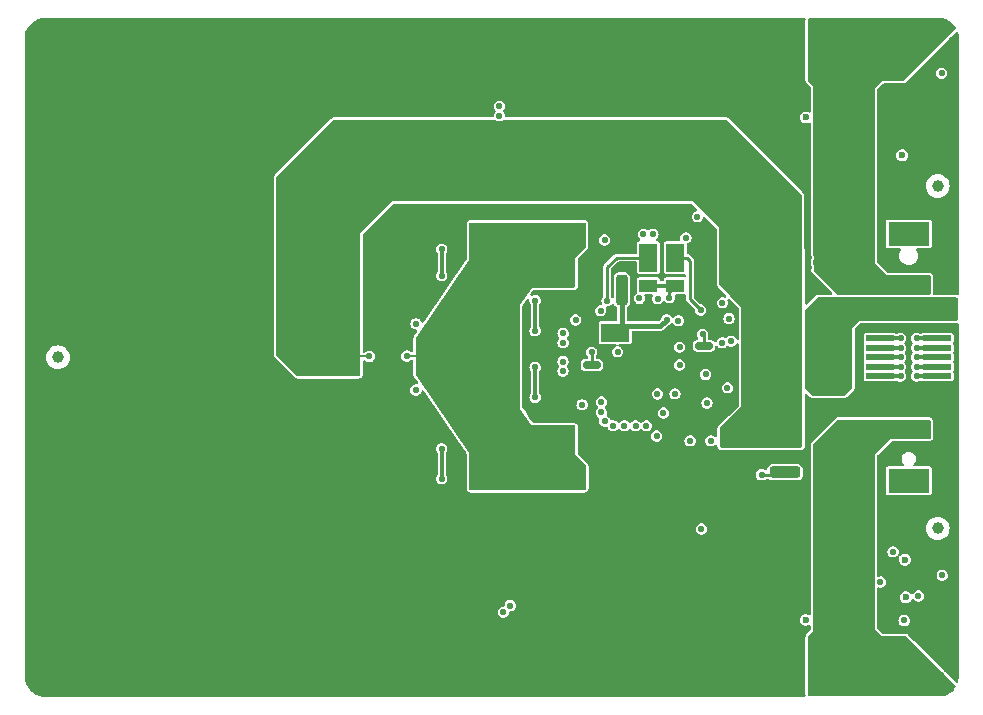
<source format=gbr>
%TF.GenerationSoftware,KiCad,Pcbnew,7.0.7*%
%TF.CreationDate,2024-03-27T22:15:01+01:00*%
%TF.ProjectId,SMPS_legged_robot_module,534d5053-5f6c-4656-9767-65645f726f62,1.0*%
%TF.SameCoordinates,PX116520PY4ddba40*%
%TF.FileFunction,Copper,L6,Bot*%
%TF.FilePolarity,Positive*%
%FSLAX46Y46*%
G04 Gerber Fmt 4.6, Leading zero omitted, Abs format (unit mm)*
G04 Created by KiCad (PCBNEW 7.0.7) date 2024-03-27 22:15:01*
%MOMM*%
%LPD*%
G01*
G04 APERTURE LIST*
G04 Aperture macros list*
%AMRoundRect*
0 Rectangle with rounded corners*
0 $1 Rounding radius*
0 $2 $3 $4 $5 $6 $7 $8 $9 X,Y pos of 4 corners*
0 Add a 4 corners polygon primitive as box body*
4,1,4,$2,$3,$4,$5,$6,$7,$8,$9,$2,$3,0*
0 Add four circle primitives for the rounded corners*
1,1,$1+$1,$2,$3*
1,1,$1+$1,$4,$5*
1,1,$1+$1,$6,$7*
1,1,$1+$1,$8,$9*
0 Add four rect primitives between the rounded corners*
20,1,$1+$1,$2,$3,$4,$5,0*
20,1,$1+$1,$4,$5,$6,$7,0*
20,1,$1+$1,$6,$7,$8,$9,0*
20,1,$1+$1,$8,$9,$2,$3,0*%
G04 Aperture macros list end*
%TA.AperFunction,SMDPad,CuDef*%
%ADD10R,1.500000X1.050000*%
%TD*%
%TA.AperFunction,SMDPad,CuDef*%
%ADD11R,1.500000X2.400000*%
%TD*%
%TA.AperFunction,FiducialPad,Global*%
%ADD12C,1.000000*%
%TD*%
%TA.AperFunction,SMDPad,CuDef*%
%ADD13RoundRect,0.237500X0.237500X1.062500X-0.237500X1.062500X-0.237500X-1.062500X0.237500X-1.062500X0*%
%TD*%
%TA.AperFunction,ComponentPad*%
%ADD14C,0.700000*%
%TD*%
%TA.AperFunction,ComponentPad*%
%ADD15C,4.400000*%
%TD*%
%TA.AperFunction,SMDPad,CuDef*%
%ADD16RoundRect,0.237500X-0.237500X-1.062500X0.237500X-1.062500X0.237500X1.062500X-0.237500X1.062500X0*%
%TD*%
%TA.AperFunction,SMDPad,CuDef*%
%ADD17RoundRect,0.237500X-1.062500X0.237500X-1.062500X-0.237500X1.062500X-0.237500X1.062500X0.237500X0*%
%TD*%
%TA.AperFunction,SMDPad,CuDef*%
%ADD18RoundRect,0.150000X-0.587500X-0.150000X0.587500X-0.150000X0.587500X0.150000X-0.587500X0.150000X0*%
%TD*%
%TA.AperFunction,SMDPad,CuDef*%
%ADD19RoundRect,0.150000X0.587500X0.150000X-0.587500X0.150000X-0.587500X-0.150000X0.587500X-0.150000X0*%
%TD*%
%TA.AperFunction,SMDPad,CuDef*%
%ADD20R,1.050000X1.500000*%
%TD*%
%TA.AperFunction,SMDPad,CuDef*%
%ADD21R,2.400000X1.500000*%
%TD*%
%TA.AperFunction,SMDPad,CuDef*%
%ADD22RoundRect,0.249999X-0.450001X-1.425001X0.450001X-1.425001X0.450001X1.425001X-0.450001X1.425001X0*%
%TD*%
%TA.AperFunction,SMDPad,CuDef*%
%ADD23RoundRect,0.137500X-0.137500X0.137500X-0.137500X-0.137500X0.137500X-0.137500X0.137500X0.137500X0*%
%TD*%
%TA.AperFunction,SMDPad,CuDef*%
%ADD24R,1.430000X5.500000*%
%TD*%
%TA.AperFunction,SMDPad,CuDef*%
%ADD25C,0.200000*%
%TD*%
%TA.AperFunction,SMDPad,CuDef*%
%ADD26R,0.400000X0.200000*%
%TD*%
%TA.AperFunction,SMDPad,CuDef*%
%ADD27R,3.500000X2.000000*%
%TD*%
%TA.AperFunction,SMDPad,CuDef*%
%ADD28R,3.500000X1.300000*%
%TD*%
%TA.AperFunction,SMDPad,CuDef*%
%ADD29R,2.400000X0.500000*%
%TD*%
%TA.AperFunction,ViaPad*%
%ADD30C,0.550000*%
%TD*%
%TA.AperFunction,ViaPad*%
%ADD31C,0.600000*%
%TD*%
%TA.AperFunction,Conductor*%
%ADD32C,0.400000*%
%TD*%
%TA.AperFunction,Conductor*%
%ADD33C,0.300000*%
%TD*%
%TA.AperFunction,Conductor*%
%ADD34C,0.250000*%
%TD*%
%TA.AperFunction,Conductor*%
%ADD35C,0.350000*%
%TD*%
%TA.AperFunction,Conductor*%
%ADD36C,0.200000*%
%TD*%
G04 APERTURE END LIST*
D10*
%TO.P,D602,2,A*%
%TO.N,/Project Architecture/Power - Converter/DRVCC*%
X157356000Y9503000D03*
D11*
%TO.P,D602,1,K*%
%TO.N,Net-(D602-K)*%
X157356000Y11877999D03*
%TD*%
D10*
%TO.P,D601,2,A*%
%TO.N,/Project Architecture/Power - Converter/DRVCC*%
X159642000Y9503000D03*
D11*
%TO.P,D601,1,K*%
%TO.N,Net-(D601-K)*%
X159642000Y11877999D03*
%TD*%
D12*
%TO.P,FM706,*%
%TO.N,*%
X181860000Y17940000D03*
%TD*%
%TO.P,FM704,*%
%TO.N,*%
X181860000Y-11060000D03*
%TD*%
%TO.P,FM702,*%
%TO.N,*%
X107360000Y3440000D03*
%TD*%
D13*
%TO.P,C718,2*%
%TO.N,GND*%
X162400000Y10650000D03*
%TO.P,C718,1*%
%TO.N,/Project Architecture/+VBAT_Filtered*%
X165200000Y10650000D03*
%TD*%
D14*
%TO.P,H801,1,1*%
%TO.N,GND*%
X105740000Y18440000D03*
X106223274Y19606726D03*
X106223274Y17273274D03*
X107390000Y20090000D03*
D15*
X107390000Y18440000D03*
D14*
X107390000Y16790000D03*
X108556726Y19606726D03*
X108556726Y17273274D03*
X109040000Y18440000D03*
%TD*%
D16*
%TO.P,C728,2*%
%TO.N,+12V*%
X155110000Y9115000D03*
%TO.P,C728,1*%
%TO.N,GND*%
X152310000Y9115000D03*
%TD*%
D17*
%TO.P,C719,1*%
%TO.N,/Project Architecture/+VBAT_Filtered*%
X164960000Y-3510000D03*
%TO.P,C719,2*%
%TO.N,GND*%
X164960000Y-6310000D03*
%TD*%
D18*
%TO.P,Q703,3,C*%
%TO.N,GND*%
X154435000Y1815000D03*
%TO.P,Q703,2,E*%
%TO.N,Net-(IC701B-TSNS0)*%
X152560000Y2765000D03*
%TO.P,Q703,1,B*%
%TO.N,GND*%
X152560000Y865000D03*
%TD*%
D19*
%TO.P,Q704,3,C*%
%TO.N,GND*%
X160197500Y5365000D03*
%TO.P,Q704,2,E*%
%TO.N,Net-(IC701B-TSNS1)*%
X162072500Y4415000D03*
%TO.P,Q704,1,B*%
%TO.N,GND*%
X162072500Y6315000D03*
%TD*%
D20*
%TO.P,D703,2,A*%
%TO.N,GND*%
X152165000Y5530000D03*
D21*
%TO.P,D703,1,K*%
%TO.N,+12V*%
X154539999Y5530000D03*
%TD*%
D14*
%TO.P,H802,1,1*%
%TO.N,GND*%
X105740000Y-11560000D03*
X106223274Y-10393274D03*
X106223274Y-12726726D03*
X107390000Y-9910000D03*
D15*
X107390000Y-11560000D03*
D14*
X107390000Y-13210000D03*
X108556726Y-10393274D03*
X108556726Y-12726726D03*
X109040000Y-11560000D03*
%TD*%
D22*
%TO.P,R725,2*%
%TO.N,/Project Architecture/Power - Converter/Vin*%
X138360000Y3540000D03*
%TO.P,R725,1*%
%TO.N,/Project Architecture/+VBAT_Filtered*%
X132260000Y3540000D03*
%TD*%
D23*
%TO.P,R402,2*%
%TO.N,Net-(C402-Pad2)*%
X166935000Y-6510000D03*
%TO.P,R402,1*%
%TO.N,GND*%
X166935000Y-5710000D03*
%TD*%
D24*
%TO.P,L401,2,2*%
%TO.N,/Project Architecture/+VBAT_Filtered*%
X167615000Y3465000D03*
%TO.P,L401,1,1*%
%TO.N,/Project Architecture/Power - Connector /+VBAT_IN*%
X171655000Y3465000D03*
%TD*%
D25*
%TO.P,NT602,2,2*%
%TO.N,/Project Architecture/Power - Converter/shuntIn-*%
X133560000Y3510000D03*
D26*
%TO.P,NT602,1,1*%
%TO.N,/Project Architecture/+VBAT_Filtered*%
X133360000Y3510000D03*
D25*
X133160000Y3510000D03*
%TD*%
D17*
%TO.P,C402,1*%
%TO.N,/Project Architecture/+VBAT_Filtered*%
X168910000Y-3510000D03*
%TO.P,C402,2*%
%TO.N,Net-(C402-Pad2)*%
X168910000Y-6310000D03*
%TD*%
D27*
%TO.P,J401,MP1,MP1*%
%TO.N,unconnected-(J401-PadMP1)*%
X179390000Y13890000D03*
%TO.P,J401,MP2,MP2*%
%TO.N,unconnected-(J401-PadMP2)*%
X179390000Y-7010000D03*
D28*
%TO.P,J401,P1,P1*%
%TO.N,/Project Architecture/Power - Connector /+VBAT_IN*%
X179390000Y7540000D03*
%TO.P,J401,P2,P2*%
%TO.N,GND*%
X179390000Y-660000D03*
%TO.P,J401,P3,P3*%
%TO.N,/Project Architecture/MVA_Filtered*%
X179390000Y9540000D03*
%TO.P,J401,P4,P4*%
%TO.N,/Project Architecture/MVB_Filtered*%
X179390000Y-2660000D03*
D29*
%TO.P,J401,S1,S1*%
%TO.N,/Project Architecture/Power - Connector /SCL*%
X181790000Y5040000D03*
%TO.P,J401,S2,S2*%
%TO.N,/Project Architecture/Power - Connector /RUN1*%
X176990000Y5040000D03*
%TO.P,J401,S3,S3*%
%TO.N,/Project Architecture/Power - Connector /SDA*%
X181790000Y4240000D03*
%TO.P,J401,S4,S4*%
%TO.N,/Project Architecture/Power - Connector /RUN0*%
X176990000Y4240000D03*
%TO.P,J401,S5,S5*%
%TO.N,/Project Architecture/Power - Connector /ALERT*%
X181790000Y3440000D03*
%TO.P,J401,S6,S6*%
%TO.N,/Project Architecture/Power - Connector /FAULT1*%
X176990000Y3440000D03*
%TO.P,J401,S7,S7*%
%TO.N,/Project Architecture/Power - Connector /FAULT0*%
X181790000Y2640000D03*
%TO.P,J401,S8,S8*%
%TO.N,+12V*%
X176990000Y2640000D03*
%TO.P,J401,S9,S9*%
%TO.N,+3V3*%
X181790000Y1840000D03*
%TO.P,J401,S10,S10*%
%TO.N,+5V*%
X176990000Y1840000D03*
%TD*%
D25*
%TO.P,NT601,2,2*%
%TO.N,/Project Architecture/Power - Converter/shuntIn+*%
X137060000Y3540000D03*
D26*
%TO.P,NT601,1,1*%
%TO.N,/Project Architecture/Power - Converter/Vin*%
X137260000Y3540000D03*
D25*
X137460000Y3540000D03*
%TD*%
D30*
%TO.N,GND*%
X136610000Y-23410000D03*
X133660000Y-23410000D03*
X137360000Y-23410000D03*
X135860000Y-23410000D03*
X135110000Y-23410000D03*
X138060000Y-23410000D03*
X134360000Y-23410000D03*
X138810000Y-23410000D03*
X132910000Y-23410000D03*
X132160000Y-23410000D03*
X138010000Y30090000D03*
X138760000Y30090000D03*
X137310000Y30090000D03*
X136560000Y30090000D03*
X135810000Y30090000D03*
X134310000Y30090000D03*
X135060000Y30090000D03*
X133610000Y30090000D03*
X132860000Y30090000D03*
X132110000Y30090000D03*
X154660000Y-18510000D03*
X156110000Y-18510000D03*
X153910000Y-18510000D03*
X153160000Y-18510000D03*
X155360000Y-18510000D03*
X157560000Y-18510000D03*
X162010000Y-18510000D03*
X167810000Y-18510000D03*
X164910000Y-18510000D03*
X160510000Y-18510000D03*
X161260000Y-18510000D03*
X162710000Y-18510000D03*
X158310000Y-18510000D03*
X167110000Y-18510000D03*
X164160000Y-18510000D03*
X159810000Y-18510000D03*
X163410000Y-18510000D03*
X165610000Y-18510000D03*
X166360000Y-18510000D03*
X151010000Y-18510000D03*
X152460000Y-18510000D03*
X148810000Y-18510000D03*
X148060000Y-18510000D03*
X150260000Y-18510000D03*
X149560000Y-18510000D03*
X151760000Y-18510000D03*
X167760000Y25090000D03*
X164860000Y25090000D03*
X166310000Y25090000D03*
X167060000Y25090000D03*
X164110000Y25090000D03*
X163360000Y25090000D03*
X165560000Y25090000D03*
X162660000Y25090000D03*
X159760000Y25090000D03*
X161210000Y25090000D03*
X161960000Y25090000D03*
X158260000Y25090000D03*
X160460000Y25090000D03*
X157510000Y25090000D03*
X154610000Y25090000D03*
X156060000Y25090000D03*
X153860000Y25090000D03*
X153110000Y25090000D03*
X155310000Y25090000D03*
X152410000Y25090000D03*
X149510000Y25090000D03*
X150960000Y25090000D03*
X151710000Y25090000D03*
X148760000Y25090000D03*
X148010000Y25090000D03*
X150210000Y25090000D03*
X125360000Y16840000D03*
X125360000Y15390000D03*
X125360000Y14640000D03*
X125360000Y17590000D03*
X125360000Y18340000D03*
X125360000Y16140000D03*
X125360000Y12440000D03*
X125360000Y10990000D03*
X125360000Y10240000D03*
X125360000Y13190000D03*
X125360000Y13940000D03*
X125360000Y11740000D03*
X125360000Y8040000D03*
X125360000Y9540000D03*
X125360000Y8790000D03*
X125360000Y5840000D03*
X125360000Y7340000D03*
X125360000Y6590000D03*
X125360000Y5140000D03*
X152710000Y13640000D03*
X152710000Y15140000D03*
X152710000Y12940000D03*
X152710000Y-8110000D03*
X152710000Y-7410000D03*
X152710000Y-6660000D03*
X152710000Y-5910000D03*
X162460000Y14540000D03*
X162460000Y13790000D03*
X162460000Y13040000D03*
X163710000Y-8760000D03*
X162860000Y-8760000D03*
X181860000Y-12660000D03*
X181310000Y-12660000D03*
X182410000Y-12660000D03*
X182410000Y19640000D03*
X181310000Y19640000D03*
X181860000Y19640000D03*
X181410000Y28490000D03*
X181960000Y29090000D03*
X180860000Y27890000D03*
X180310000Y27340000D03*
X182510000Y29690000D03*
X183060000Y30290000D03*
X183210000Y-23160000D03*
X182610000Y-22610000D03*
X182010000Y-22060000D03*
X180260000Y-20410000D03*
X181410000Y-21510000D03*
X180810000Y-20960000D03*
X177060000Y-13810000D03*
X177060000Y-12110000D03*
X177060000Y-11010000D03*
X177060000Y-9910000D03*
X177060000Y-8510000D03*
X177060000Y-5460000D03*
X177710000Y-4760000D03*
X177110000Y19190000D03*
X177110000Y18040000D03*
X177110000Y16940000D03*
X177110000Y15740000D03*
X177110000Y14640000D03*
X177110000Y13490000D03*
X180210000Y-4110000D03*
X178460000Y-4060000D03*
X180260000Y11090000D03*
X178510000Y11090000D03*
X182160000Y5940000D03*
X181210000Y5940000D03*
X180110000Y5940000D03*
X179010000Y5940000D03*
X177960000Y5940000D03*
X176860000Y5940000D03*
X173360000Y-1060000D03*
X172560000Y-1810000D03*
X171610000Y-2810000D03*
X170860000Y-3810000D03*
X170910000Y11890000D03*
X170910000Y11040000D03*
X170910000Y10190000D03*
D31*
X156160000Y3540000D03*
X156160000Y4340000D03*
X156160000Y2740000D03*
X158560000Y3540000D03*
X158560000Y4340000D03*
X158560000Y2740000D03*
D30*
X180335000Y265000D03*
X180610000Y740000D03*
X180885000Y265000D03*
X179235000Y265000D03*
X179510000Y740000D03*
X180060000Y740000D03*
X179785000Y265000D03*
X178135000Y315000D03*
X178410000Y790000D03*
X178960000Y790000D03*
X178685000Y315000D03*
X177585000Y315000D03*
X177860000Y790000D03*
X177310000Y790000D03*
X176760000Y790000D03*
X177035000Y315000D03*
X176760000Y-1110000D03*
X177310000Y-1110000D03*
X177035000Y-635000D03*
X177310000Y-160000D03*
X176760000Y-160000D03*
X142610000Y30340000D03*
X142610000Y30890000D03*
X143160000Y29790000D03*
X142610000Y29790000D03*
X143160000Y30340000D03*
X143160000Y30890000D03*
X142060000Y29790000D03*
X142060000Y30890000D03*
X142060000Y30340000D03*
X142610000Y-23460000D03*
X142610000Y-22910000D03*
X143160000Y-24010000D03*
X142610000Y-24010000D03*
X143160000Y-23460000D03*
X143160000Y-22910000D03*
X142060000Y-24010000D03*
X142060000Y-22910000D03*
X142060000Y-23460000D03*
X179410000Y-11060000D03*
X179410000Y-10510000D03*
X179960000Y-11610000D03*
X179410000Y-11610000D03*
X179960000Y-11060000D03*
X179960000Y-10510000D03*
X178860000Y-11610000D03*
X178860000Y-10510000D03*
X178860000Y-11060000D03*
X179410000Y17940000D03*
X179410000Y18490000D03*
X179960000Y17390000D03*
X179410000Y17390000D03*
X179960000Y17940000D03*
X179960000Y18490000D03*
X178860000Y17390000D03*
X178860000Y18490000D03*
X178860000Y17940000D03*
X166960000Y-20710000D03*
X166960000Y-21260000D03*
X161960000Y-21260000D03*
X161410000Y-20710000D03*
X166410000Y-20710000D03*
X161410000Y-21260000D03*
X166410000Y-20160000D03*
X166410000Y-21260000D03*
X166960000Y-20160000D03*
X161410000Y-20160000D03*
X162510000Y-20710000D03*
X161960000Y-20160000D03*
X165860000Y-21260000D03*
X162510000Y-21260000D03*
X165860000Y-20160000D03*
X162510000Y-20160000D03*
X165860000Y-20710000D03*
X161960000Y-20710000D03*
X154510000Y-20710000D03*
X154510000Y-21260000D03*
X149510000Y-21260000D03*
X148960000Y-20710000D03*
X153960000Y-20710000D03*
X148960000Y-21260000D03*
X153960000Y-20160000D03*
X153960000Y-21260000D03*
X154510000Y-20160000D03*
X148960000Y-20160000D03*
X150060000Y-20710000D03*
X149510000Y-20160000D03*
X153410000Y-21260000D03*
X150060000Y-21260000D03*
X153410000Y-20160000D03*
X150060000Y-20160000D03*
X153410000Y-20710000D03*
X149510000Y-20710000D03*
X166910000Y27490000D03*
X166910000Y26940000D03*
X161910000Y26940000D03*
X161360000Y27490000D03*
X166360000Y27490000D03*
X161360000Y26940000D03*
X166360000Y28040000D03*
X166360000Y26940000D03*
X166910000Y28040000D03*
X161360000Y28040000D03*
X162460000Y27490000D03*
X161910000Y28040000D03*
X165810000Y26940000D03*
X162460000Y26940000D03*
X165810000Y28040000D03*
X162460000Y28040000D03*
X165810000Y27490000D03*
X161910000Y27490000D03*
X148960000Y26940000D03*
X148960000Y27490000D03*
X148960000Y28040000D03*
X154510000Y28040000D03*
X154510000Y27490000D03*
X154510000Y26940000D03*
X153960000Y26940000D03*
X153960000Y27490000D03*
X153960000Y28040000D03*
X149510000Y26940000D03*
X149510000Y27490000D03*
X149510000Y28040000D03*
X153410000Y26940000D03*
X150060000Y26940000D03*
X150060000Y27490000D03*
X150060000Y28040000D03*
X153410000Y27490000D03*
X153410000Y28040000D03*
D31*
%TO.N,/Project Architecture/MVB_Filtered*%
X179160000Y-16890000D03*
D30*
%TO.N,GND*%
X148930000Y8770000D03*
X149560000Y8770000D03*
X150220000Y8760000D03*
X149560000Y-1700000D03*
X150220000Y-1710000D03*
X148930000Y-1700000D03*
X149110000Y6660000D03*
X149130000Y1460000D03*
X150920000Y260000D03*
%TO.N,+3V3*%
X182230000Y-15020000D03*
X182190000Y27490000D03*
%TO.N,/Project Architecture/Power - Converter/SW0*%
X137680000Y6280000D03*
X153300000Y7370000D03*
%TO.N,Net-(Q701-G)*%
X151190000Y6600000D03*
%TO.N,/Project Architecture/Power - Converter/SW1*%
X137670000Y660000D03*
%TO.N,Net-(Q705-G)*%
X164180000Y6710000D03*
%TO.N,/Project Architecture/Power - Converter/MVA_OUT*%
X161500000Y15340000D03*
%TO.N,/Project Architecture/Power - Converter/MVB_OUT*%
X161850000Y-11110000D03*
%TO.N,Net-(IC701B-FREQ_CFG)*%
X162650000Y-3640000D03*
%TO.N,/Project Architecture/Power - Converter/VDD33*%
X151740000Y-580000D03*
%TO.N,Net-(D601-K)*%
X161785000Y7440500D03*
%TO.N,GND*%
X162436000Y12298000D03*
%TO.N,/Project Architecture/Power - Converter/DRVCC*%
X159134000Y8488000D03*
%TO.N,/Project Architecture/Power - Converter/VDD25*%
X160890000Y-3640000D03*
%TO.N,Net-(IC701B-FREQ_CFG)*%
X159610072Y335315D03*
%TO.N,/Project Architecture/Power - Converter/VDD25*%
X158060000Y-3240000D03*
%TO.N,Net-(IC701B-VOUT0_CFG)*%
X158620000Y-1280000D03*
%TO.N,Net-(IC701B-ASEL1)*%
X158110212Y335161D03*
%TO.N,GND*%
X159280000Y-3230000D03*
%TO.N,/Project Architecture/Power - Connector /RUN1*%
X157190000Y-2370000D03*
%TO.N,/Project Architecture/Power - Connector /RUN0*%
X156270000Y-2370000D03*
%TO.N,/Project Architecture/Power - Connector /ALERT*%
X153658911Y-1961089D03*
%TO.N,/Project Architecture/Power - Connector /FAULT0*%
X154370000Y-2360000D03*
%TO.N,/Project Architecture/Power - Connector /FAULT1*%
X155310000Y-2360000D03*
%TO.N,/Project Architecture/Power - Connector /SDA*%
X153370000Y-1240000D03*
%TO.N,Net-(D602-K)*%
X153855000Y8210000D03*
%TO.N,GND*%
X182010000Y14990000D03*
X140460000Y-8760000D03*
X139760000Y-8760000D03*
X144660000Y-8760000D03*
X143960000Y-8760000D03*
X141160000Y-8760000D03*
X145360000Y-8760000D03*
X143260000Y-8760000D03*
X142560000Y-8760000D03*
X141860000Y-8760000D03*
X139760000Y15740000D03*
X141860000Y15740000D03*
X140460000Y15740000D03*
X141160000Y15740000D03*
X142560000Y15740000D03*
X143260000Y15740000D03*
X144660000Y15740000D03*
X143960000Y15740000D03*
X145360000Y15740000D03*
X154460000Y-8760000D03*
X156560000Y-8760000D03*
X159360000Y-8760000D03*
X155860000Y-8760000D03*
X160060000Y-8760000D03*
X160760000Y-8760000D03*
X155160000Y-8760000D03*
X153760000Y-8760000D03*
X157960000Y-8760000D03*
X158660000Y-8760000D03*
X157260000Y-8760000D03*
X153060000Y-8760000D03*
X150260000Y-8760000D03*
X147460000Y-8760000D03*
X149560000Y-8760000D03*
X148860000Y-8760000D03*
X148160000Y-8760000D03*
X150960000Y-8760000D03*
X152360000Y-8760000D03*
X151660000Y-8760000D03*
X158660000Y15740000D03*
X160760000Y15740000D03*
X160060000Y15740000D03*
X159360000Y15740000D03*
X155860000Y15740000D03*
X153060000Y15740000D03*
X155160000Y15740000D03*
X154460000Y15740000D03*
X153760000Y15740000D03*
X156560000Y15740000D03*
X157960000Y15740000D03*
X157260000Y15740000D03*
X152360000Y15740000D03*
X151660000Y15740000D03*
X150960000Y15740000D03*
X150260000Y15740000D03*
X149560000Y15740000D03*
X148860000Y15740000D03*
X148160000Y15740000D03*
X147460000Y15740000D03*
%TO.N,/Project Architecture/Power - Converter/shuntB+*%
X145650000Y-17590000D03*
%TO.N,/Project Architecture/Power - Converter/shuntB-*%
X145070000Y-18150000D03*
%TO.N,/Project Architecture/+VBAT_Filtered*%
X169860000Y3465000D03*
X166385000Y-1110000D03*
X166385000Y8015000D03*
X166085000Y-610000D03*
X165785000Y-110000D03*
X165785000Y7015000D03*
X166085000Y7515000D03*
X166685000Y-610000D03*
X166985000Y-110000D03*
X166385000Y-110000D03*
X166685000Y390000D03*
X166085000Y390000D03*
X166685000Y7515000D03*
X166985000Y7015000D03*
X166385000Y7015000D03*
X166685000Y6515000D03*
X166085000Y6515000D03*
X169510000Y3915000D03*
X169510000Y3015000D03*
X169160000Y3465000D03*
X168810000Y3015000D03*
X168810000Y3915000D03*
X165785000Y6015000D03*
X166385000Y6015000D03*
X166085000Y5490000D03*
X165785000Y4990000D03*
X166385000Y4990000D03*
X166085000Y4465000D03*
X165785000Y3965000D03*
X166385000Y3965000D03*
X166085000Y3440000D03*
X165785000Y2940000D03*
X166385000Y2940000D03*
X166085000Y2415000D03*
X165785000Y1915000D03*
X166385000Y1915000D03*
X166085000Y1390000D03*
X166385000Y890000D03*
X165785000Y890000D03*
%TO.N,/Project Architecture/Power - Connector /+VBAT_IN*%
X173460000Y5440000D03*
X172960000Y4940000D03*
X173460000Y4440000D03*
X173960000Y4940000D03*
X173960000Y5940000D03*
X172960000Y3940000D03*
X173460000Y3440000D03*
X172960000Y2940000D03*
X173460000Y2440000D03*
X173960000Y1940000D03*
X173460000Y1440000D03*
X172960000Y1940000D03*
X173960000Y3940000D03*
X173960000Y2940000D03*
X173960000Y940000D03*
X182035000Y8015000D03*
X181485000Y8015000D03*
X182585000Y8015000D03*
X181760000Y7540000D03*
X182310000Y7540000D03*
X181485000Y7065000D03*
X182585000Y7065000D03*
X182035000Y7065000D03*
X177285000Y7065000D03*
X176185000Y7065000D03*
X175635000Y7065000D03*
X176735000Y7065000D03*
X177010000Y7540000D03*
X175910000Y7540000D03*
X175360000Y7540000D03*
X176460000Y7540000D03*
X177285000Y8015000D03*
X176185000Y8015000D03*
X175635000Y8015000D03*
X176735000Y8015000D03*
%TO.N,/Project Architecture/Power - Converter/SW1*%
X163610000Y8040000D03*
%TO.N,Net-(IC701B-TSNS1)*%
X161940000Y5370000D03*
%TO.N,+3V3*%
X180060000Y1840000D03*
%TO.N,/Project Architecture/Power - Connector /FAULT0*%
X180060000Y2640000D03*
%TO.N,/Project Architecture/Power - Connector /ALERT*%
X180060000Y3440000D03*
%TO.N,/Project Architecture/Power - Connector /SDA*%
X180060000Y4240000D03*
%TO.N,/Project Architecture/Power - Connector /SCL*%
X180060000Y5040000D03*
D31*
%TO.N,GND*%
X157360000Y5140000D03*
X157960000Y4740000D03*
X156760000Y4740000D03*
X157960000Y2340000D03*
X157360000Y1940000D03*
X156760000Y2340000D03*
X156760000Y3940000D03*
X156760000Y3140000D03*
X157960000Y3140000D03*
X157960000Y3940000D03*
X157360000Y2740000D03*
X157360000Y4340000D03*
X157360000Y3540000D03*
D30*
%TO.N,+5V*%
X178710000Y1830000D03*
%TO.N,Net-(Q603-G)*%
X177000000Y-15590000D03*
%TO.N,/Project Architecture/Power - Converter/MVB_OUT*%
X179010000Y-18850000D03*
%TO.N,/Project Architecture/Power - Connector /RUN1*%
X178710000Y5040000D03*
%TO.N,/Project Architecture/Power - Connector /FAULT1*%
X178710000Y3440000D03*
%TO.N,/Project Architecture/Power - Connector /RUN0*%
X178710000Y4240000D03*
%TO.N,GND*%
X161760000Y640000D03*
%TO.N,+12V*%
X178710000Y2640000D03*
X158894800Y6610049D03*
D31*
%TO.N,Net-(IC602-GATE)*%
X170660000Y-18810000D03*
D30*
X180210000Y-16770000D03*
%TO.N,/Project Architecture/Power - Converter/MVA_OUT*%
X154739113Y3891315D03*
%TO.N,Net-(IC701B-TSNS0)*%
X152550000Y3870000D03*
%TO.N,Net-(IC701B-ITHR1)*%
X164360000Y4790000D03*
X159990000Y2780000D03*
%TO.N,Net-(IC701A-VIN)*%
X158134500Y8400000D03*
X156585500Y8420000D03*
%TO.N,/Project Architecture/Power - Converter/VDD25*%
X162320000Y-440000D03*
%TO.N,/Project Architecture/Power - Converter/VDD33*%
X164050000Y850000D03*
X163600000Y4660000D03*
X162190000Y1980000D03*
%TO.N,/Project Architecture/Power - Converter/MVB_OUT*%
X160000000Y4290000D03*
X178070000Y-13040000D03*
%TO.N,/Project Architecture/MVA_Filtered*%
X176840000Y30830000D03*
X178220000Y29330000D03*
X180420000Y30330000D03*
X179045000Y31830000D03*
X178495000Y29820000D03*
X181790000Y30830000D03*
X181240000Y31840000D03*
X181790000Y31840000D03*
X180970000Y29330000D03*
X178495000Y30830000D03*
X178770000Y27340000D03*
X177675000Y28330000D03*
X179590000Y29830000D03*
X178220000Y30330000D03*
X177395000Y31830000D03*
X179320000Y31330000D03*
X177125000Y28330000D03*
X177395000Y29820000D03*
X178770000Y30330000D03*
X178775000Y28330000D03*
X179325000Y28330000D03*
X179590000Y30830000D03*
X177945000Y29820000D03*
X181520000Y31330000D03*
X177670000Y29330000D03*
X180140000Y30830000D03*
X180140000Y28830000D03*
X180140000Y29830000D03*
X178220000Y31330000D03*
X178770000Y29330000D03*
X179590000Y28830000D03*
X178225000Y28330000D03*
X180690000Y30830000D03*
X180970000Y30330000D03*
X177945000Y30830000D03*
X178500000Y27840000D03*
X176845000Y28820000D03*
X181240000Y30830000D03*
X179870000Y29330000D03*
X177120000Y29330000D03*
X177400000Y27840000D03*
X182620000Y31330000D03*
X179870000Y31330000D03*
X177120000Y31330000D03*
X180420000Y31330000D03*
X179320000Y29330000D03*
X177945000Y31830000D03*
X177670000Y27340000D03*
X177670000Y31330000D03*
X179045000Y30830000D03*
X178770000Y31330000D03*
X177670000Y30330000D03*
X180420000Y29330000D03*
X178495000Y31830000D03*
X178220000Y27340000D03*
X180690000Y31840000D03*
X179045000Y28820000D03*
X176845000Y31830000D03*
X179590000Y31840000D03*
X180690000Y29830000D03*
X181240000Y29830000D03*
X182070000Y30330000D03*
X182340000Y30830000D03*
X177120000Y27340000D03*
X180140000Y31840000D03*
X177945000Y28820000D03*
X177395000Y28820000D03*
X179320000Y30330000D03*
X180970000Y31330000D03*
X176845000Y29820000D03*
X178495000Y28820000D03*
X177395000Y30830000D03*
X181520000Y30330000D03*
X179045000Y29820000D03*
X179595000Y27850000D03*
X176850000Y27840000D03*
X182070000Y31330000D03*
X179870000Y30330000D03*
X177120000Y30330000D03*
X179870000Y28340000D03*
X177950000Y27840000D03*
X179050000Y27840000D03*
%TO.N,/Project Architecture/MVB_Filtered*%
X182640000Y-24460000D03*
X179065000Y-22950000D03*
X179065000Y-24960000D03*
X177965000Y-24960000D03*
X179610000Y-21960000D03*
X179890000Y-21470000D03*
X179340000Y-23460000D03*
X178790000Y-24460000D03*
X177420000Y-20970000D03*
X178790000Y-22460000D03*
X180440000Y-23460000D03*
X177695000Y-21460000D03*
X177965000Y-21950000D03*
X178795000Y-21460000D03*
X178520000Y-20970000D03*
X179340000Y-22460000D03*
X177690000Y-20470000D03*
X177965000Y-23960000D03*
X176865000Y-21950000D03*
X178515000Y-22950000D03*
X179065000Y-21950000D03*
X177690000Y-23460000D03*
X177965000Y-22950000D03*
X176860000Y-23960000D03*
X177415000Y-21950000D03*
X177415000Y-23960000D03*
X179890000Y-22460000D03*
X179890000Y-24460000D03*
X178245000Y-21460000D03*
X179070000Y-20970000D03*
X180990000Y-22460000D03*
X177415000Y-22950000D03*
X177145000Y-21460000D03*
X177140000Y-24460000D03*
X179890000Y-23460000D03*
X178240000Y-22460000D03*
X178240000Y-23460000D03*
X182090000Y-23460000D03*
X180440000Y-22460000D03*
X181260000Y-23960000D03*
X177140000Y-20470000D03*
X178790000Y-20470000D03*
X180990000Y-23460000D03*
X181810000Y-23960000D03*
X180710000Y-22960000D03*
X180160000Y-23960000D03*
X180160000Y-21960000D03*
X179615000Y-20980000D03*
X182090000Y-24460000D03*
X176865000Y-24960000D03*
X177690000Y-24460000D03*
X177140000Y-23460000D03*
X177415000Y-24960000D03*
X177970000Y-20970000D03*
X179345000Y-21460000D03*
X178240000Y-20470000D03*
X181540000Y-23460000D03*
X178515000Y-23960000D03*
X176870000Y-20970000D03*
X180710000Y-23960000D03*
X179610000Y-23960000D03*
X179340000Y-24460000D03*
X179610000Y-24970000D03*
X179065000Y-23960000D03*
X181260000Y-24970000D03*
X178515000Y-24960000D03*
X180710000Y-24970000D03*
X178790000Y-23460000D03*
X178515000Y-21950000D03*
X180990000Y-24460000D03*
X180440000Y-24460000D03*
X181540000Y-24460000D03*
X178240000Y-24460000D03*
X179610000Y-22960000D03*
X181810000Y-24970000D03*
X182360000Y-23960000D03*
X177690000Y-22460000D03*
X176865000Y-22950000D03*
X180160000Y-22960000D03*
X181260000Y-22960000D03*
X177140000Y-22460000D03*
X180160000Y-24970000D03*
%TO.N,/Project Architecture/Power - Connector /SCL*%
X153378733Y-353733D03*
D31*
%TO.N,Net-(Q601-G)*%
X178830000Y20530000D03*
X170660000Y23740000D03*
%TO.N,Net-(Q603-G)*%
X179070000Y-13710000D03*
D30*
%TO.N,Net-(Q701-G)*%
X139860000Y10340000D03*
X139860000Y12590000D03*
%TO.N,Net-(Q702-G)*%
X147760000Y5680000D03*
X153650000Y13360000D03*
X147760000Y8240000D03*
%TO.N,Net-(Q705-G)*%
X139860000Y-4310000D03*
X139860000Y-6860000D03*
%TO.N,Net-(Q706-G)*%
X160530000Y13550000D03*
X147760000Y40000D03*
X147760000Y2570000D03*
%TO.N,/Project Architecture/Power - Converter/Vin*%
X150135000Y13540000D03*
X151230000Y13540000D03*
X150155000Y-6520000D03*
X150430000Y-7020000D03*
X151780000Y14550000D03*
X150700000Y-6520000D03*
X150980000Y-6020000D03*
X151230000Y14550000D03*
X149585000Y11530000D03*
X148780000Y-7020000D03*
X148505000Y-5510000D03*
X149605000Y-7520000D03*
X149605000Y-6520000D03*
X151510000Y14040000D03*
X147930000Y13540000D03*
X149585000Y13540000D03*
X150430000Y-6020000D03*
X150680000Y13540000D03*
X149605000Y-4510000D03*
X149880000Y-7020000D03*
X147955000Y-5510000D03*
X151250000Y-7530000D03*
X149585000Y12530000D03*
X148230000Y-6020000D03*
X150680000Y11540000D03*
X150135000Y11530000D03*
X148230000Y-7020000D03*
X148760000Y14040000D03*
X149055000Y-4510000D03*
X148760000Y12040000D03*
X149035000Y13540000D03*
X149330000Y-7020000D03*
X149860000Y12040000D03*
X150980000Y-5020000D03*
X149055000Y-6520000D03*
X148505000Y-4510000D03*
X151230000Y12540000D03*
X149860000Y14040000D03*
X149330000Y-6020000D03*
X149605000Y-5510000D03*
X150960000Y14040000D03*
X151510000Y13040000D03*
X150155000Y-4510000D03*
X150135000Y12530000D03*
X149330000Y-5020000D03*
X150980000Y-7020000D03*
X148505000Y-7520000D03*
X148760000Y13040000D03*
X148485000Y11530000D03*
X148210000Y14040000D03*
X149310000Y13040000D03*
X150410000Y14040000D03*
X148210000Y13040000D03*
X150155000Y-5510000D03*
X148485000Y14540000D03*
X147955000Y-7520000D03*
X151780000Y13540000D03*
X148485000Y13540000D03*
X149310000Y12040000D03*
X149055000Y-7520000D03*
X148210000Y12040000D03*
X149035000Y12530000D03*
X149035000Y11530000D03*
X150155000Y-7520000D03*
X147935000Y12530000D03*
X149035000Y14540000D03*
X149880000Y-5020000D03*
X147935000Y11530000D03*
X150680000Y12540000D03*
X151530000Y-7020000D03*
X147955000Y-4510000D03*
X151250000Y-6520000D03*
X149055000Y-5510000D03*
X148230000Y-5020000D03*
X150410000Y12040000D03*
X149880000Y-6020000D03*
X148780000Y-6020000D03*
X148485000Y12530000D03*
X148505000Y-6520000D03*
X150700000Y-4520000D03*
X150135000Y14540000D03*
X150960000Y12040000D03*
X147935000Y14540000D03*
X151250000Y-5520000D03*
X150960000Y13040000D03*
X151800000Y-6520000D03*
X150410000Y13040000D03*
X151530000Y-6020000D03*
X149860000Y13040000D03*
X150700000Y-5520000D03*
X147950000Y-6520000D03*
X149310000Y14040000D03*
X150680000Y14550000D03*
X150700000Y-7530000D03*
X150430000Y-5020000D03*
X151800000Y-7530000D03*
X148780000Y-5020000D03*
X149585000Y14540000D03*
%TO.N,/Project Architecture/Power - Converter/SW1*%
X159880000Y6530000D03*
%TO.N,/Project Architecture/Power - Converter/shuntIn+*%
X157735799Y13851821D03*
X136909500Y3540000D03*
%TO.N,/Project Architecture/Power - Converter/shuntIn-*%
X156935799Y13851821D03*
X133734117Y3510557D03*
%TO.N,/Project Architecture/Power - Converter/shuntB-*%
X150128775Y3065000D03*
%TO.N,/Project Architecture/Power - Converter/shuntB+*%
X150128775Y2265000D03*
%TO.N,/Project Architecture/Power - Converter/shuntA-*%
X144741149Y24690000D03*
X150131440Y5480000D03*
%TO.N,/Project Architecture/Power - Converter/shuntA+*%
X150131440Y4680000D03*
X144741149Y23890000D03*
%TD*%
D32*
%TO.N,+12V*%
X158364751Y6080000D02*
X158894800Y6610049D01*
X155089999Y6080000D02*
X158364751Y6080000D01*
X154539999Y5530000D02*
X155089999Y6080000D01*
X155110000Y6100001D02*
X154539999Y5530000D01*
X155110000Y9115000D02*
X155110000Y6100001D01*
D33*
%TO.N,Net-(Q706-G)*%
X147760000Y40000D02*
X147760000Y2570000D01*
%TO.N,Net-(Q702-G)*%
X147760000Y8240000D02*
X147760000Y5680000D01*
D34*
%TO.N,Net-(IC701B-TSNS1)*%
X162072500Y4415000D02*
X162072500Y5237500D01*
X162072500Y5237500D02*
X161940000Y5370000D01*
%TO.N,Net-(IC701B-TSNS0)*%
X152560000Y3860000D02*
X152550000Y3870000D01*
X152560000Y2765000D02*
X152560000Y3860000D01*
%TO.N,/Project Architecture/Power - Converter/DRVCC*%
X159134000Y8488000D02*
X159134000Y8995000D01*
X159134000Y8995000D02*
X159642000Y9503000D01*
%TO.N,Net-(D602-K)*%
X154672999Y11877999D02*
X153855000Y11060000D01*
X157356000Y11877999D02*
X154672999Y11877999D01*
X153855000Y11060000D02*
X153855000Y8210000D01*
%TO.N,Net-(D601-K)*%
X160885000Y8340500D02*
X161785000Y7440500D01*
X160885000Y11615000D02*
X160885000Y8340500D01*
X159642000Y11877999D02*
X160622001Y11877999D01*
X160622001Y11877999D02*
X160885000Y11615000D01*
D35*
%TO.N,/Project Architecture/Power - Converter/DRVCC*%
X157356000Y9503000D02*
X159642000Y9503000D01*
D32*
%TO.N,+12V*%
X158889849Y6615000D02*
X158894800Y6610049D01*
D34*
%TO.N,Net-(C402-Pad2)*%
X168710000Y-6510000D02*
X168910000Y-6310000D01*
X166935000Y-6510000D02*
X168710000Y-6510000D01*
D33*
%TO.N,+3V3*%
X181790000Y1840000D02*
X180060000Y1840000D01*
%TO.N,/Project Architecture/Power - Connector /FAULT0*%
X181790000Y2640000D02*
X180060000Y2640000D01*
%TO.N,/Project Architecture/Power - Connector /ALERT*%
X181790000Y3440000D02*
X180060000Y3440000D01*
%TO.N,/Project Architecture/Power - Connector /SDA*%
X181790000Y4240000D02*
X180060000Y4240000D01*
%TO.N,/Project Architecture/Power - Connector /SCL*%
X181790000Y5040000D02*
X180060000Y5040000D01*
%TO.N,+5V*%
X177000000Y1830000D02*
X178710000Y1830000D01*
D34*
X176990000Y1840000D02*
X177000000Y1830000D01*
D33*
%TO.N,+3V3*%
X182510000Y1840000D02*
X181790000Y1840000D01*
%TO.N,/Project Architecture/Power - Connector /RUN1*%
X176990000Y5040000D02*
X178710000Y5040000D01*
%TO.N,/Project Architecture/Power - Connector /FAULT1*%
X176990000Y3440000D02*
X178710000Y3440000D01*
%TO.N,+12V*%
X176990000Y2640000D02*
X178710000Y2640000D01*
%TO.N,/Project Architecture/Power - Connector /RUN0*%
X176990000Y4240000D02*
X178710000Y4240000D01*
D36*
%TO.N,/Project Architecture/+VBAT_Filtered*%
X133100000Y3510000D02*
X132400000Y3510000D01*
D34*
%TO.N,Net-(IC701A-VIN)*%
X158114500Y8420000D02*
X158134500Y8400000D01*
D33*
%TO.N,Net-(Q701-G)*%
X139860000Y10340000D02*
X139860000Y12590000D01*
%TO.N,Net-(Q705-G)*%
X139860000Y-6860000D02*
X139860000Y-4310000D01*
D36*
%TO.N,/Project Architecture/Power - Converter/Vin*%
X138250000Y3540000D02*
X137484500Y3540000D01*
%TO.N,/Project Architecture/Power - Converter/shuntIn+*%
X136909500Y3540000D02*
X137060000Y3540000D01*
%TO.N,/Project Architecture/Power - Converter/shuntIn-*%
X133560000Y3510000D02*
X133733560Y3510000D01*
%TD*%
%TA.AperFunction,Conductor*%
%TO.N,/Project Architecture/MVB_Filtered*%
G36*
X181203039Y-1879685D02*
G01*
X181248794Y-1932489D01*
X181260000Y-1984000D01*
X181260000Y-3336000D01*
X181240315Y-3403039D01*
X181187511Y-3448794D01*
X181136000Y-3460000D01*
X177860000Y-3460000D01*
X177303124Y-3996251D01*
X176510000Y-4759999D01*
X176510000Y-4760000D01*
X176510000Y-19610000D01*
X177060000Y-20160000D01*
X179108638Y-20160000D01*
X179175677Y-20179685D01*
X179196319Y-20196319D01*
X183340554Y-24340554D01*
X183374039Y-24401877D01*
X183369055Y-24471569D01*
X183361705Y-24487662D01*
X183356024Y-24498066D01*
X183346459Y-24512949D01*
X183207498Y-24698579D01*
X183195912Y-24711950D01*
X183031950Y-24875912D01*
X183018579Y-24887498D01*
X182832951Y-25026457D01*
X182818068Y-25036022D01*
X182614555Y-25147148D01*
X182598462Y-25154498D01*
X182381196Y-25235535D01*
X182364220Y-25240519D01*
X182287695Y-25257166D01*
X182261339Y-25260000D01*
X170984000Y-25260000D01*
X170916961Y-25240315D01*
X170871206Y-25187511D01*
X170860000Y-25136000D01*
X170860000Y-20211361D01*
X170879685Y-20144322D01*
X170896314Y-20123685D01*
X171310000Y-19710000D01*
X171310000Y-3996246D01*
X171319178Y-3954067D01*
X171318433Y-3953849D01*
X171320929Y-3945346D01*
X171320928Y-3945346D01*
X171320931Y-3945342D01*
X171322827Y-3932150D01*
X171351848Y-3868597D01*
X171357856Y-3862143D01*
X173323681Y-1896318D01*
X173385004Y-1862834D01*
X173411362Y-1860000D01*
X181136000Y-1860000D01*
X181203039Y-1879685D01*
G37*
%TD.AperFunction*%
%TD*%
%TA.AperFunction,Conductor*%
%TO.N,GND*%
G36*
X170603381Y32169815D02*
G01*
X170649136Y32117011D01*
X170659080Y32047853D01*
X170656715Y32031401D01*
X170654500Y32015999D01*
X170654500Y26885862D01*
X170655090Y26874856D01*
X170655090Y26874855D01*
X170658511Y26843039D01*
X170658513Y26843030D01*
X170682470Y26766522D01*
X170682471Y26766517D01*
X170696872Y26740145D01*
X170715956Y26705195D01*
X170715958Y26705192D01*
X170715960Y26705189D01*
X170750998Y26658385D01*
X170751002Y26658381D01*
X170751009Y26658371D01*
X170751015Y26658365D01*
X170751016Y26658364D01*
X171068181Y26341200D01*
X171101666Y26279877D01*
X171104500Y26253519D01*
X171104500Y24276373D01*
X171084815Y24209334D01*
X171032011Y24163579D01*
X170962853Y24153635D01*
X170913462Y24172057D01*
X170870053Y24199953D01*
X170870050Y24199955D01*
X170731963Y24240500D01*
X170731961Y24240500D01*
X170588039Y24240500D01*
X170588036Y24240500D01*
X170449949Y24199955D01*
X170328873Y24122144D01*
X170234623Y24013374D01*
X170234622Y24013372D01*
X170174834Y23882457D01*
X170156460Y23754658D01*
X170154353Y23740000D01*
X170157297Y23719520D01*
X170174834Y23597544D01*
X170234622Y23466629D01*
X170234623Y23466627D01*
X170328872Y23357857D01*
X170449947Y23280047D01*
X170449950Y23280046D01*
X170449949Y23280046D01*
X170588036Y23239501D01*
X170588038Y23239500D01*
X170588039Y23239500D01*
X170731962Y23239500D01*
X170731962Y23239501D01*
X170870050Y23280046D01*
X170870051Y23280046D01*
X170913460Y23307943D01*
X170980500Y23327628D01*
X171047539Y23307944D01*
X171093294Y23255140D01*
X171104500Y23203628D01*
X171104499Y12185733D01*
X171104500Y12185732D01*
X171105137Y12179802D01*
X171109196Y12142050D01*
X171120400Y12090546D01*
X171134275Y12048860D01*
X171138319Y12040004D01*
X171164321Y11983070D01*
X171174265Y11949202D01*
X171180239Y11907645D01*
X171180239Y11872355D01*
X171174265Y11830802D01*
X171164322Y11796939D01*
X171134281Y11731156D01*
X171134275Y11731142D01*
X171120403Y11689461D01*
X171109196Y11637947D01*
X171104500Y11594272D01*
X171104500Y11335729D01*
X171109196Y11292054D01*
X171113460Y11272455D01*
X171120403Y11240541D01*
X171120404Y11240539D01*
X171120404Y11240536D01*
X171134273Y11198863D01*
X171134274Y11198860D01*
X171164322Y11133064D01*
X171174265Y11099200D01*
X171180239Y11057647D01*
X171180239Y11022353D01*
X171174264Y10980798D01*
X171164333Y10946962D01*
X171163175Y10944424D01*
X171158394Y10932881D01*
X171143282Y10868924D01*
X171143280Y10868908D01*
X171138297Y10799219D01*
X171138297Y10799218D01*
X171138041Y10774086D01*
X171162909Y10686082D01*
X171162910Y10686079D01*
X171162911Y10686078D01*
X171195355Y10626661D01*
X171196398Y10624752D01*
X171231438Y10577945D01*
X171231442Y10577941D01*
X171231449Y10577931D01*
X171231456Y10577924D01*
X172877199Y8932181D01*
X172910684Y8870858D01*
X172905700Y8801166D01*
X172863828Y8745233D01*
X172798364Y8720816D01*
X172789518Y8720500D01*
X171705858Y8720500D01*
X171694866Y8719911D01*
X171694857Y8719911D01*
X171694856Y8719910D01*
X171694855Y8719910D01*
X171663038Y8716489D01*
X171663032Y8716488D01*
X171586524Y8692532D01*
X171525196Y8659046D01*
X171478372Y8623993D01*
X171478360Y8623983D01*
X170787858Y7933481D01*
X170726535Y7899996D01*
X170656843Y7904980D01*
X170600910Y7946852D01*
X170576493Y8012316D01*
X170576177Y8021017D01*
X170575966Y8200816D01*
X170565553Y17094528D01*
X170565037Y17104087D01*
X170564968Y17105363D01*
X170564967Y17105365D01*
X170561608Y17136721D01*
X170561608Y17136725D01*
X170537832Y17212974D01*
X170504467Y17274362D01*
X170469507Y17321255D01*
X164163022Y23652470D01*
X164154768Y23659906D01*
X164154765Y23659909D01*
X164154762Y23659911D01*
X164129636Y23680200D01*
X164129628Y23680205D01*
X164058435Y23717489D01*
X164058429Y23717491D01*
X163991404Y23737173D01*
X163991395Y23737175D01*
X163991393Y23737175D01*
X163933495Y23745500D01*
X163933491Y23745500D01*
X145343867Y23745500D01*
X145276828Y23765185D01*
X145231073Y23817989D01*
X145221994Y23881131D01*
X145221539Y23881131D01*
X145221539Y23884293D01*
X145221129Y23887144D01*
X145221539Y23889997D01*
X145221539Y23890000D01*
X145209821Y23971500D01*
X145202080Y24025342D01*
X145189826Y24052173D01*
X145145281Y24149715D01*
X145145279Y24149717D01*
X145145279Y24149718D01*
X145094086Y24208799D01*
X145065062Y24272355D01*
X145075006Y24341514D01*
X145094083Y24371199D01*
X145145279Y24430282D01*
X145202080Y24554658D01*
X145221539Y24690000D01*
X145202080Y24825342D01*
X145189826Y24852173D01*
X145145281Y24949715D01*
X145145276Y24949722D01*
X145055739Y25053054D01*
X145055735Y25053058D01*
X144940708Y25126979D01*
X144809517Y25165500D01*
X144809516Y25165500D01*
X144672782Y25165500D01*
X144672781Y25165500D01*
X144541589Y25126979D01*
X144426562Y25053058D01*
X144426558Y25053054D01*
X144337021Y24949722D01*
X144337016Y24949715D01*
X144280219Y24825346D01*
X144280217Y24825338D01*
X144260759Y24690001D01*
X144280217Y24554663D01*
X144280219Y24554655D01*
X144337016Y24430286D01*
X144337021Y24430278D01*
X144388210Y24371203D01*
X144417235Y24307647D01*
X144407291Y24238489D01*
X144388212Y24208800D01*
X144337019Y24149718D01*
X144337016Y24149715D01*
X144280219Y24025346D01*
X144280217Y24025338D01*
X144260759Y23890000D01*
X144260759Y23889997D01*
X144261169Y23887144D01*
X144260759Y23884293D01*
X144260759Y23881131D01*
X144260304Y23881131D01*
X144251224Y23817986D01*
X144205468Y23765183D01*
X144138431Y23745500D01*
X130705858Y23745500D01*
X130694866Y23744911D01*
X130694857Y23744911D01*
X130694856Y23744910D01*
X130694855Y23744910D01*
X130663038Y23741489D01*
X130663032Y23741488D01*
X130586519Y23717531D01*
X130525197Y23684047D01*
X130478377Y23648997D01*
X130478362Y23648984D01*
X128112735Y21283357D01*
X125747111Y18917732D01*
X125739752Y18909541D01*
X125739746Y18909534D01*
X125739746Y18909535D01*
X125719670Y18884621D01*
X125719668Y18884618D01*
X125682512Y18813581D01*
X125682508Y18813572D01*
X125662826Y18746545D01*
X125654500Y18688636D01*
X125654500Y3660862D01*
X125655090Y3649856D01*
X125655090Y3649855D01*
X125658511Y3618039D01*
X125658513Y3618030D01*
X125671879Y3575346D01*
X125682022Y3542951D01*
X125682470Y3541522D01*
X125682471Y3541517D01*
X125696872Y3515145D01*
X125715956Y3480195D01*
X125715958Y3480192D01*
X125715960Y3480189D01*
X125750998Y3433385D01*
X125751002Y3433381D01*
X125751009Y3433371D01*
X125751016Y3433364D01*
X127457266Y1727114D01*
X127457269Y1727112D01*
X127465448Y1719763D01*
X127465446Y1719764D01*
X127490376Y1699675D01*
X127561424Y1662510D01*
X127628456Y1642827D01*
X127628458Y1642827D01*
X127628464Y1642825D01*
X127686362Y1634500D01*
X127686366Y1634500D01*
X132835991Y1634500D01*
X132836000Y1634500D01*
X132879684Y1639197D01*
X132905439Y1644800D01*
X132931193Y1650402D01*
X132935374Y1651425D01*
X132941373Y1652890D01*
X133022085Y1695900D01*
X133074889Y1741655D01*
X133092843Y1759246D01*
X133137490Y1839063D01*
X133157175Y1906102D01*
X133165500Y1964000D01*
X133165500Y3085501D01*
X133185185Y3152539D01*
X133237989Y3198294D01*
X133289500Y3209500D01*
X133309178Y3209500D01*
X133376217Y3189815D01*
X133402888Y3166706D01*
X133419528Y3147502D01*
X133419530Y3147501D01*
X133419530Y3147500D01*
X133460452Y3121202D01*
X133534556Y3073579D01*
X133588819Y3057646D01*
X133665749Y3035057D01*
X133665750Y3035057D01*
X133802484Y3035057D01*
X133933678Y3073579D01*
X134048706Y3147502D01*
X134138247Y3250839D01*
X134140410Y3255574D01*
X134171985Y3324715D01*
X134195048Y3375215D01*
X134214507Y3510557D01*
X134210274Y3540000D01*
X136429110Y3540000D01*
X136448568Y3404663D01*
X136448570Y3404655D01*
X136505367Y3280286D01*
X136505372Y3280279D01*
X136594909Y3176947D01*
X136594913Y3176943D01*
X136647647Y3143054D01*
X136709939Y3103022D01*
X136749142Y3091511D01*
X136841132Y3064500D01*
X136841133Y3064500D01*
X136977867Y3064500D01*
X137109061Y3103022D01*
X137224089Y3176945D01*
X137236788Y3191601D01*
X137295565Y3229374D01*
X137365435Y3229374D01*
X137424213Y3191600D01*
X137453238Y3128044D01*
X137454500Y3110397D01*
X137454500Y1986922D01*
X137454581Y1981553D01*
X137454582Y1981550D01*
X137464751Y1920764D01*
X137464753Y1920755D01*
X137486485Y1854360D01*
X137486485Y1854358D01*
X137512406Y1801920D01*
X137836781Y1329710D01*
X137858515Y1263306D01*
X137840897Y1195694D01*
X137789523Y1148340D01*
X137734573Y1135500D01*
X137601632Y1135500D01*
X137470440Y1096979D01*
X137355413Y1023058D01*
X137355409Y1023054D01*
X137265872Y919722D01*
X137265867Y919715D01*
X137209070Y795346D01*
X137209068Y795338D01*
X137189610Y660001D01*
X137209068Y524663D01*
X137209070Y524655D01*
X137265867Y400286D01*
X137265872Y400279D01*
X137355409Y296947D01*
X137355413Y296943D01*
X137415979Y258021D01*
X137470439Y223022D01*
X137536036Y203762D01*
X137601632Y184500D01*
X137601633Y184500D01*
X137738367Y184500D01*
X137869561Y223022D01*
X137984589Y296945D01*
X138074130Y400282D01*
X138130931Y524658D01*
X138130932Y524666D01*
X138133431Y533173D01*
X138135383Y532600D01*
X138159572Y585574D01*
X138218348Y623352D01*
X138288218Y623356D01*
X138346998Y585585D01*
X138355498Y574587D01*
X141264916Y-3660803D01*
X141889277Y-4569718D01*
X141952708Y-4662057D01*
X141974442Y-4728461D01*
X141974500Y-4732267D01*
X141974500Y-7686007D01*
X141979197Y-7729686D01*
X141990402Y-7781193D01*
X141992889Y-7791370D01*
X141992890Y-7791373D01*
X142035900Y-7872085D01*
X142081655Y-7924889D01*
X142099246Y-7942843D01*
X142099247Y-7942844D01*
X142099249Y-7942845D01*
X142179059Y-7987488D01*
X142179063Y-7987490D01*
X142246102Y-8007175D01*
X142304000Y-8015500D01*
X142304004Y-8015500D01*
X151955991Y-8015500D01*
X151956000Y-8015500D01*
X151999684Y-8010803D01*
X152025439Y-8005200D01*
X152051193Y-7999598D01*
X152055374Y-7998575D01*
X152061373Y-7997110D01*
X152142085Y-7954100D01*
X152194889Y-7908345D01*
X152212843Y-7890754D01*
X152257490Y-7810937D01*
X152277175Y-7743898D01*
X152285500Y-7686000D01*
X152285500Y-6687104D01*
X166459500Y-6687104D01*
X166465980Y-6736325D01*
X166465982Y-6736333D01*
X166512225Y-6835500D01*
X166516356Y-6844359D01*
X166600641Y-6928644D01*
X166708670Y-6979019D01*
X166757897Y-6985500D01*
X167112102Y-6985499D01*
X167112104Y-6985499D01*
X167126167Y-6983647D01*
X167161330Y-6979019D01*
X167269359Y-6928644D01*
X167326183Y-6871819D01*
X167387507Y-6838334D01*
X167413865Y-6835500D01*
X167459326Y-6835500D01*
X167526365Y-6855185D01*
X167532959Y-6859730D01*
X167640523Y-6939115D01*
X167640524Y-6939115D01*
X167640525Y-6939116D01*
X167765151Y-6982725D01*
X167765150Y-6982725D01*
X167794740Y-6985500D01*
X167794744Y-6985500D01*
X170025260Y-6985500D01*
X170054849Y-6982725D01*
X170065446Y-6979017D01*
X170179475Y-6939116D01*
X170285711Y-6860711D01*
X170364116Y-6754475D01*
X170407725Y-6629849D01*
X170407725Y-6629848D01*
X170410500Y-6600260D01*
X170410500Y-6019739D01*
X170407725Y-5990150D01*
X170364115Y-5865523D01*
X170285711Y-5759289D01*
X170285710Y-5759288D01*
X170179476Y-5680884D01*
X170054848Y-5637274D01*
X170054849Y-5637274D01*
X170025260Y-5634500D01*
X170025256Y-5634500D01*
X167794744Y-5634500D01*
X167794740Y-5634500D01*
X167765150Y-5637274D01*
X167640523Y-5680884D01*
X167534289Y-5759288D01*
X167534288Y-5759289D01*
X167455884Y-5865523D01*
X167412273Y-5990153D01*
X167412074Y-5991067D01*
X167411741Y-5991675D01*
X167409782Y-5997274D01*
X167408854Y-5996949D01*
X167378532Y-6052359D01*
X167317178Y-6085788D01*
X167247491Y-6080739D01*
X167238532Y-6076981D01*
X167161330Y-6040981D01*
X167161328Y-6040980D01*
X167112113Y-6034501D01*
X167112108Y-6034500D01*
X167112103Y-6034500D01*
X167112096Y-6034500D01*
X166757895Y-6034500D01*
X166708674Y-6040980D01*
X166708666Y-6040982D01*
X166600640Y-6091356D01*
X166516356Y-6175640D01*
X166465980Y-6283671D01*
X166459501Y-6332886D01*
X166459500Y-6332903D01*
X166459500Y-6687104D01*
X152285500Y-6687104D01*
X152285500Y-5755858D01*
X152284911Y-5744866D01*
X152281488Y-5713035D01*
X152257529Y-5636518D01*
X152224044Y-5575195D01*
X152188991Y-5528371D01*
X151421819Y-4761198D01*
X151388334Y-4699876D01*
X151385500Y-4673518D01*
X151385500Y-3240000D01*
X157579610Y-3240000D01*
X157599068Y-3375337D01*
X157599070Y-3375345D01*
X157655867Y-3499714D01*
X157655872Y-3499721D01*
X157745409Y-3603053D01*
X157745413Y-3603057D01*
X157802899Y-3640000D01*
X157860439Y-3676978D01*
X157926035Y-3696238D01*
X157991632Y-3715500D01*
X157991633Y-3715500D01*
X158128367Y-3715500D01*
X158259561Y-3676978D01*
X158317101Y-3640000D01*
X160409610Y-3640000D01*
X160429068Y-3775337D01*
X160429070Y-3775345D01*
X160485867Y-3899714D01*
X160485872Y-3899721D01*
X160575409Y-4003053D01*
X160575413Y-4003057D01*
X160635979Y-4041979D01*
X160690439Y-4076978D01*
X160756035Y-4096238D01*
X160821632Y-4115500D01*
X160821633Y-4115500D01*
X160958367Y-4115500D01*
X161089561Y-4076978D01*
X161204589Y-4003055D01*
X161294130Y-3899718D01*
X161350931Y-3775342D01*
X161370390Y-3640000D01*
X161350931Y-3504658D01*
X161300351Y-3393903D01*
X161294132Y-3380285D01*
X161294127Y-3380278D01*
X161204590Y-3276946D01*
X161204586Y-3276942D01*
X161089559Y-3203021D01*
X160958368Y-3164500D01*
X160958367Y-3164500D01*
X160821633Y-3164500D01*
X160821632Y-3164500D01*
X160690440Y-3203021D01*
X160575413Y-3276942D01*
X160575409Y-3276946D01*
X160485872Y-3380278D01*
X160485867Y-3380285D01*
X160429070Y-3504654D01*
X160429068Y-3504662D01*
X160409610Y-3640000D01*
X158317101Y-3640000D01*
X158374589Y-3603055D01*
X158464130Y-3499718D01*
X158520931Y-3375342D01*
X158540390Y-3240000D01*
X158520931Y-3104658D01*
X158508677Y-3077827D01*
X158464132Y-2980285D01*
X158464127Y-2980278D01*
X158374590Y-2876946D01*
X158374586Y-2876942D01*
X158283736Y-2818558D01*
X158259561Y-2803022D01*
X158259560Y-2803021D01*
X158259559Y-2803021D01*
X158128368Y-2764500D01*
X158128367Y-2764500D01*
X157991633Y-2764500D01*
X157991632Y-2764500D01*
X157860440Y-2803021D01*
X157745413Y-2876942D01*
X157745409Y-2876946D01*
X157655872Y-2980278D01*
X157655867Y-2980285D01*
X157599070Y-3104654D01*
X157599068Y-3104662D01*
X157579610Y-3240000D01*
X151385500Y-3240000D01*
X151385500Y-2434008D01*
X151385499Y-2433992D01*
X151384719Y-2426740D01*
X151380803Y-2390316D01*
X151374208Y-2360000D01*
X151369598Y-2338807D01*
X151367110Y-2328629D01*
X151367110Y-2328627D01*
X151324100Y-2247915D01*
X151278345Y-2195111D01*
X151260756Y-2177159D01*
X151260750Y-2177154D01*
X151180940Y-2132511D01*
X151180935Y-2132509D01*
X151113903Y-2112826D01*
X151113899Y-2112825D01*
X151113898Y-2112825D01*
X151056000Y-2104500D01*
X151055996Y-2104500D01*
X147613583Y-2104500D01*
X147546544Y-2084815D01*
X147511317Y-2050626D01*
X147255101Y-1676978D01*
X146955458Y-1240000D01*
X152889610Y-1240000D01*
X152909068Y-1375337D01*
X152909070Y-1375345D01*
X152965867Y-1499714D01*
X152965872Y-1499721D01*
X153055409Y-1603053D01*
X153055413Y-1603057D01*
X153153864Y-1666326D01*
X153199620Y-1719129D01*
X153209564Y-1788288D01*
X153199622Y-1822150D01*
X153197981Y-1825743D01*
X153197979Y-1825747D01*
X153178521Y-1961089D01*
X153197979Y-2096426D01*
X153197981Y-2096434D01*
X153254778Y-2220803D01*
X153254783Y-2220810D01*
X153344320Y-2324142D01*
X153344324Y-2324146D01*
X153367135Y-2338805D01*
X153459350Y-2398067D01*
X153524946Y-2417328D01*
X153590543Y-2436589D01*
X153590544Y-2436589D01*
X153727278Y-2436589D01*
X153760821Y-2426740D01*
X153830689Y-2426740D01*
X153889467Y-2464513D01*
X153908549Y-2494205D01*
X153965869Y-2619716D01*
X153965872Y-2619721D01*
X154055409Y-2723053D01*
X154055413Y-2723057D01*
X154115979Y-2761979D01*
X154170439Y-2796978D01*
X154204496Y-2806978D01*
X154301632Y-2835500D01*
X154301633Y-2835500D01*
X154438367Y-2835500D01*
X154569561Y-2796978D01*
X154684589Y-2723055D01*
X154746286Y-2651851D01*
X154805064Y-2614076D01*
X154874934Y-2614076D01*
X154933712Y-2651850D01*
X154933713Y-2651851D01*
X154995409Y-2723053D01*
X154995413Y-2723057D01*
X155055979Y-2761979D01*
X155110439Y-2796978D01*
X155144496Y-2806978D01*
X155241632Y-2835500D01*
X155241633Y-2835500D01*
X155378367Y-2835500D01*
X155509561Y-2796978D01*
X155624589Y-2723055D01*
X155691956Y-2645307D01*
X155750731Y-2607535D01*
X155820601Y-2607534D01*
X155879379Y-2645308D01*
X155879380Y-2645310D01*
X155955409Y-2733053D01*
X155955413Y-2733057D01*
X156004341Y-2764500D01*
X156070439Y-2806978D01*
X156136036Y-2826238D01*
X156201632Y-2845500D01*
X156201633Y-2845500D01*
X156338367Y-2845500D01*
X156469561Y-2806978D01*
X156584589Y-2733055D01*
X156636286Y-2673392D01*
X156695065Y-2635617D01*
X156764934Y-2635617D01*
X156823711Y-2673390D01*
X156823713Y-2673391D01*
X156823713Y-2673392D01*
X156875409Y-2733053D01*
X156875413Y-2733057D01*
X156924341Y-2764500D01*
X156990439Y-2806978D01*
X157056036Y-2826238D01*
X157121632Y-2845500D01*
X157121633Y-2845500D01*
X157258367Y-2845500D01*
X157389561Y-2806978D01*
X157504589Y-2733055D01*
X157594130Y-2629718D01*
X157650931Y-2505342D01*
X157670390Y-2370000D01*
X157650931Y-2234658D01*
X157604282Y-2132511D01*
X157594132Y-2110285D01*
X157594127Y-2110278D01*
X157504590Y-2006946D01*
X157504586Y-2006942D01*
X157389559Y-1933021D01*
X157258368Y-1894500D01*
X157258367Y-1894500D01*
X157121633Y-1894500D01*
X157121632Y-1894500D01*
X156990440Y-1933021D01*
X156875413Y-2006942D01*
X156875413Y-2006943D01*
X156823713Y-2066608D01*
X156764934Y-2104382D01*
X156695065Y-2104382D01*
X156636287Y-2066608D01*
X156622438Y-2050626D01*
X156584589Y-2006945D01*
X156584586Y-2006943D01*
X156584586Y-2006942D01*
X156469559Y-1933021D01*
X156338368Y-1894500D01*
X156338367Y-1894500D01*
X156201633Y-1894500D01*
X156201632Y-1894500D01*
X156070440Y-1933021D01*
X155955413Y-2006942D01*
X155955413Y-2006943D01*
X155888045Y-2084690D01*
X155829267Y-2122464D01*
X155759397Y-2122464D01*
X155700620Y-2084690D01*
X155671103Y-2050626D01*
X155624590Y-1996946D01*
X155624586Y-1996942D01*
X155533736Y-1938558D01*
X155509561Y-1923022D01*
X155509560Y-1923021D01*
X155509559Y-1923021D01*
X155378368Y-1884500D01*
X155378367Y-1884500D01*
X155241633Y-1884500D01*
X155241632Y-1884500D01*
X155110440Y-1923021D01*
X154995413Y-1996942D01*
X154995413Y-1996943D01*
X154933713Y-2068149D01*
X154874935Y-2105923D01*
X154805065Y-2105923D01*
X154746287Y-2068149D01*
X154731103Y-2050626D01*
X154684589Y-1996945D01*
X154684586Y-1996943D01*
X154684586Y-1996942D01*
X154593736Y-1938558D01*
X154569561Y-1923022D01*
X154569560Y-1923021D01*
X154569559Y-1923021D01*
X154438368Y-1884500D01*
X154438367Y-1884500D01*
X154301633Y-1884500D01*
X154268088Y-1894349D01*
X154198218Y-1894347D01*
X154139440Y-1856572D01*
X154120361Y-1826883D01*
X154085714Y-1751017D01*
X154063041Y-1701371D01*
X154046697Y-1682509D01*
X153973501Y-1598035D01*
X153973500Y-1598034D01*
X153875044Y-1534761D01*
X153829290Y-1481958D01*
X153819346Y-1412800D01*
X153829292Y-1378930D01*
X153830931Y-1375342D01*
X153844639Y-1279999D01*
X158139610Y-1279999D01*
X158159068Y-1415337D01*
X158159070Y-1415345D01*
X158215867Y-1539714D01*
X158215872Y-1539721D01*
X158305409Y-1643053D01*
X158305413Y-1643057D01*
X158358197Y-1676978D01*
X158420439Y-1716978D01*
X158486035Y-1736238D01*
X158551632Y-1755500D01*
X158551633Y-1755500D01*
X158688367Y-1755500D01*
X158819561Y-1716978D01*
X158934589Y-1643055D01*
X159024130Y-1539718D01*
X159080931Y-1415342D01*
X159100390Y-1280000D01*
X159080931Y-1144658D01*
X159062665Y-1104662D01*
X159024132Y-1020285D01*
X159024127Y-1020278D01*
X158934590Y-916946D01*
X158934586Y-916942D01*
X158819559Y-843021D01*
X158688368Y-804500D01*
X158688367Y-804500D01*
X158551633Y-804500D01*
X158551632Y-804500D01*
X158420440Y-843021D01*
X158305413Y-916942D01*
X158305409Y-916946D01*
X158215872Y-1020278D01*
X158215867Y-1020285D01*
X158159070Y-1144654D01*
X158159068Y-1144662D01*
X158139610Y-1279999D01*
X153844639Y-1279999D01*
X153850390Y-1240000D01*
X153830931Y-1104658D01*
X153790889Y-1016978D01*
X153774132Y-980285D01*
X153774127Y-980277D01*
X153689929Y-883107D01*
X153660904Y-819551D01*
X153670848Y-750393D01*
X153689929Y-720702D01*
X153693318Y-716790D01*
X153693322Y-716788D01*
X153782863Y-613451D01*
X153839664Y-489075D01*
X153846720Y-440000D01*
X161839610Y-440000D01*
X161859068Y-575337D01*
X161859070Y-575345D01*
X161915867Y-699714D01*
X161915872Y-699721D01*
X162005409Y-803053D01*
X162005413Y-803057D01*
X162062465Y-839721D01*
X162120439Y-876978D01*
X162186035Y-896238D01*
X162251632Y-915500D01*
X162251633Y-915500D01*
X162388367Y-915500D01*
X162519561Y-876978D01*
X162634589Y-803055D01*
X162724130Y-699718D01*
X162780931Y-575342D01*
X162800390Y-440000D01*
X162780931Y-304658D01*
X162768677Y-277827D01*
X162724132Y-180285D01*
X162724127Y-180278D01*
X162634590Y-76946D01*
X162634586Y-76942D01*
X162538059Y-14910D01*
X162519561Y-3022D01*
X162519560Y-3021D01*
X162519559Y-3021D01*
X162388368Y35500D01*
X162388367Y35500D01*
X162251633Y35500D01*
X162251632Y35500D01*
X162120440Y-3021D01*
X162005413Y-76942D01*
X162005409Y-76946D01*
X161915872Y-180278D01*
X161915867Y-180285D01*
X161859070Y-304654D01*
X161859068Y-304662D01*
X161839610Y-440000D01*
X153846720Y-440000D01*
X153859123Y-353733D01*
X153839664Y-218391D01*
X153827410Y-191560D01*
X153782865Y-94018D01*
X153782860Y-94011D01*
X153693323Y9321D01*
X153693319Y9325D01*
X153590199Y75594D01*
X153578294Y83245D01*
X153578293Y83246D01*
X153578292Y83246D01*
X153447101Y121767D01*
X153447100Y121767D01*
X153310366Y121767D01*
X153310365Y121767D01*
X153179173Y83246D01*
X153064146Y9325D01*
X153064142Y9321D01*
X152974605Y-94011D01*
X152974600Y-94018D01*
X152917803Y-218387D01*
X152917801Y-218395D01*
X152898343Y-353733D01*
X152917801Y-489070D01*
X152917803Y-489078D01*
X152974600Y-613447D01*
X152974605Y-613455D01*
X153058803Y-710625D01*
X153087828Y-774181D01*
X153077884Y-843339D01*
X153058804Y-873029D01*
X152965870Y-980282D01*
X152965867Y-980285D01*
X152909070Y-1104654D01*
X152909068Y-1104662D01*
X152889610Y-1240000D01*
X146955458Y-1240000D01*
X146707348Y-878173D01*
X146685670Y-811753D01*
X146685615Y-807963D01*
X146685875Y-580000D01*
X151259610Y-580000D01*
X151264420Y-613455D01*
X151279068Y-715337D01*
X151279070Y-715345D01*
X151335867Y-839714D01*
X151335872Y-839721D01*
X151425409Y-943053D01*
X151425413Y-943057D01*
X151483330Y-980277D01*
X151540439Y-1016978D01*
X151551702Y-1020285D01*
X151671632Y-1055500D01*
X151671633Y-1055500D01*
X151808367Y-1055500D01*
X151939561Y-1016978D01*
X152054589Y-943055D01*
X152144130Y-839718D01*
X152200931Y-715342D01*
X152220390Y-580000D01*
X152200931Y-444658D01*
X152159407Y-353733D01*
X152144132Y-320285D01*
X152144127Y-320278D01*
X152054590Y-216946D01*
X152054586Y-216942D01*
X151939559Y-143021D01*
X151808368Y-104500D01*
X151808367Y-104500D01*
X151671633Y-104500D01*
X151671632Y-104500D01*
X151540440Y-143021D01*
X151425413Y-216942D01*
X151425409Y-216946D01*
X151335872Y-320278D01*
X151335867Y-320285D01*
X151279070Y-444654D01*
X151279068Y-444662D01*
X151272683Y-489075D01*
X151259610Y-580000D01*
X146685875Y-580000D01*
X146686581Y40000D01*
X147279610Y40000D01*
X147299068Y-95337D01*
X147299070Y-95345D01*
X147355867Y-219714D01*
X147355872Y-219721D01*
X147445409Y-323053D01*
X147445413Y-323057D01*
X147505979Y-361979D01*
X147560439Y-396978D01*
X147626035Y-416238D01*
X147691632Y-435500D01*
X147691633Y-435500D01*
X147828367Y-435500D01*
X147959561Y-396978D01*
X148074589Y-323055D01*
X148164130Y-219718D01*
X148165397Y-216945D01*
X148176383Y-192887D01*
X148220931Y-95342D01*
X148240390Y40000D01*
X148220931Y175342D01*
X148164130Y299718D01*
X148149451Y316659D01*
X148140785Y326661D01*
X148136903Y335162D01*
X157629822Y335162D01*
X157649280Y199824D01*
X157649282Y199816D01*
X157706079Y75447D01*
X157706084Y75440D01*
X157795621Y-27892D01*
X157795625Y-27896D01*
X157856191Y-66818D01*
X157910651Y-101817D01*
X157976247Y-121078D01*
X158041844Y-140339D01*
X158041845Y-140339D01*
X158178579Y-140339D01*
X158309773Y-101817D01*
X158424801Y-27894D01*
X158514342Y75443D01*
X158514413Y75597D01*
X158526595Y102274D01*
X158571143Y199819D01*
X158590602Y335161D01*
X158590580Y335315D01*
X159129682Y335315D01*
X159149140Y199978D01*
X159149142Y199970D01*
X159205939Y75601D01*
X159205944Y75594D01*
X159295481Y-27738D01*
X159295485Y-27742D01*
X159356051Y-66664D01*
X159410511Y-101663D01*
X159476108Y-120924D01*
X159541704Y-140185D01*
X159541705Y-140185D01*
X159678439Y-140185D01*
X159809633Y-101663D01*
X159924421Y-27894D01*
X159924658Y-27742D01*
X159924658Y-27741D01*
X159924661Y-27740D01*
X160014202Y75597D01*
X160071003Y199973D01*
X160090462Y335315D01*
X160071003Y470657D01*
X160046343Y524655D01*
X160014204Y595030D01*
X160014199Y595037D01*
X159924662Y698369D01*
X159924658Y698373D01*
X159818762Y766426D01*
X159809633Y772293D01*
X159809632Y772294D01*
X159809631Y772294D01*
X159678440Y810815D01*
X159678439Y810815D01*
X159541705Y810815D01*
X159541704Y810815D01*
X159410512Y772294D01*
X159295485Y698373D01*
X159295481Y698369D01*
X159205944Y595037D01*
X159205939Y595030D01*
X159149142Y470661D01*
X159149140Y470653D01*
X159129682Y335315D01*
X158590580Y335315D01*
X158571143Y470503D01*
X158558889Y497334D01*
X158514344Y594876D01*
X158514339Y594883D01*
X158424802Y698215D01*
X158424798Y698219D01*
X158333948Y756603D01*
X158309773Y772139D01*
X158309772Y772140D01*
X158309771Y772140D01*
X158178580Y810661D01*
X158178579Y810661D01*
X158041845Y810661D01*
X158041844Y810661D01*
X157910652Y772140D01*
X157795625Y698219D01*
X157795621Y698215D01*
X157706084Y594883D01*
X157706079Y594876D01*
X157649282Y470507D01*
X157649280Y470499D01*
X157629822Y335162D01*
X148136903Y335162D01*
X148111762Y390217D01*
X148110500Y407861D01*
X148110500Y850001D01*
X163569610Y850001D01*
X163589068Y714663D01*
X163589070Y714655D01*
X163645867Y590286D01*
X163645872Y590279D01*
X163735409Y486947D01*
X163735413Y486943D01*
X163795979Y448021D01*
X163850439Y413022D01*
X163893838Y400279D01*
X163981632Y374500D01*
X163981633Y374500D01*
X164118367Y374500D01*
X164249561Y413022D01*
X164364589Y486945D01*
X164454130Y590282D01*
X164456230Y594879D01*
X164502127Y695381D01*
X164510931Y714658D01*
X164530390Y850000D01*
X164510931Y985342D01*
X164493707Y1023058D01*
X164454132Y1109715D01*
X164454127Y1109722D01*
X164364590Y1213054D01*
X164364586Y1213058D01*
X164249559Y1286979D01*
X164118368Y1325500D01*
X164118367Y1325500D01*
X163981633Y1325500D01*
X163981632Y1325500D01*
X163850440Y1286979D01*
X163735413Y1213058D01*
X163735409Y1213054D01*
X163645872Y1109722D01*
X163645867Y1109715D01*
X163589070Y985346D01*
X163589068Y985338D01*
X163569610Y850001D01*
X148110500Y850001D01*
X148110500Y2202141D01*
X148128958Y2265000D01*
X149648385Y2265000D01*
X149667843Y2129663D01*
X149667845Y2129655D01*
X149724642Y2005286D01*
X149724647Y2005279D01*
X149814184Y1901947D01*
X149814188Y1901943D01*
X149874754Y1863021D01*
X149929214Y1828022D01*
X149994810Y1808761D01*
X150060407Y1789500D01*
X150060408Y1789500D01*
X150197142Y1789500D01*
X150328336Y1828022D01*
X150443364Y1901945D01*
X150510998Y1980000D01*
X161709610Y1980000D01*
X161716194Y1934206D01*
X161729068Y1844663D01*
X161729070Y1844655D01*
X161785867Y1720286D01*
X161785872Y1720279D01*
X161875409Y1616947D01*
X161875413Y1616943D01*
X161932465Y1580279D01*
X161990439Y1543022D01*
X162056035Y1523762D01*
X162121632Y1504500D01*
X162121633Y1504500D01*
X162258367Y1504500D01*
X162389561Y1543022D01*
X162504589Y1616945D01*
X162594130Y1720282D01*
X162597252Y1727117D01*
X162631413Y1801920D01*
X162650931Y1844658D01*
X162670390Y1980000D01*
X162650931Y2115342D01*
X162626777Y2168232D01*
X162594132Y2239715D01*
X162594127Y2239722D01*
X162504590Y2343054D01*
X162504586Y2343058D01*
X162389559Y2416979D01*
X162258368Y2455500D01*
X162258367Y2455500D01*
X162121633Y2455500D01*
X162121632Y2455500D01*
X161990440Y2416979D01*
X161875413Y2343058D01*
X161875409Y2343054D01*
X161785872Y2239722D01*
X161785867Y2239715D01*
X161729070Y2115346D01*
X161729068Y2115338D01*
X161710605Y1986922D01*
X161709610Y1980000D01*
X150510998Y1980000D01*
X150532905Y2005282D01*
X150589706Y2129658D01*
X150609165Y2265000D01*
X150589706Y2400342D01*
X150542068Y2504655D01*
X150532907Y2524715D01*
X150532902Y2524722D01*
X150483496Y2581740D01*
X151622000Y2581740D01*
X151631926Y2513609D01*
X151683303Y2408515D01*
X151766014Y2325804D01*
X151766015Y2325804D01*
X151766017Y2325802D01*
X151871107Y2274427D01*
X151905173Y2269464D01*
X151939239Y2264500D01*
X151939240Y2264500D01*
X153180761Y2264500D01*
X153203471Y2267809D01*
X153248893Y2274427D01*
X153353983Y2325802D01*
X153436698Y2408517D01*
X153488073Y2513607D01*
X153498000Y2581740D01*
X153498000Y2780000D01*
X159509610Y2780000D01*
X159529068Y2644663D01*
X159529070Y2644655D01*
X159585867Y2520286D01*
X159585872Y2520279D01*
X159675409Y2416947D01*
X159675413Y2416943D01*
X159735979Y2378021D01*
X159790439Y2343022D01*
X159849078Y2325804D01*
X159921632Y2304500D01*
X159921633Y2304500D01*
X160058367Y2304500D01*
X160189561Y2343022D01*
X160304589Y2416945D01*
X160394130Y2520282D01*
X160396155Y2524715D01*
X160406383Y2547113D01*
X160450931Y2644658D01*
X160470390Y2780000D01*
X160450931Y2915342D01*
X160426777Y2968232D01*
X160394132Y3039715D01*
X160394127Y3039722D01*
X160304590Y3143054D01*
X160304586Y3143058D01*
X160189559Y3216979D01*
X160058368Y3255500D01*
X160058367Y3255500D01*
X159921633Y3255500D01*
X159921632Y3255500D01*
X159790440Y3216979D01*
X159675413Y3143058D01*
X159675409Y3143054D01*
X159585872Y3039722D01*
X159585867Y3039715D01*
X159529070Y2915346D01*
X159529068Y2915338D01*
X159509610Y2780000D01*
X153498000Y2780000D01*
X153498000Y2948260D01*
X153488073Y3016393D01*
X153436698Y3121483D01*
X153436696Y3121485D01*
X153436696Y3121486D01*
X153353985Y3204197D01*
X153343137Y3209500D01*
X153248893Y3255573D01*
X153248891Y3255574D01*
X153180761Y3265500D01*
X153180760Y3265500D01*
X153009500Y3265500D01*
X152942461Y3285185D01*
X152896706Y3337989D01*
X152885500Y3389500D01*
X152885500Y3484830D01*
X152905185Y3551869D01*
X152915780Y3566024D01*
X152954130Y3610282D01*
X152957669Y3618030D01*
X152970398Y3645903D01*
X153010931Y3734658D01*
X153030390Y3870000D01*
X153010931Y4005342D01*
X152965575Y4104658D01*
X152954132Y4129715D01*
X152954127Y4129722D01*
X152864590Y4233054D01*
X152864586Y4233058D01*
X152749559Y4306979D01*
X152618368Y4345500D01*
X152618367Y4345500D01*
X152481633Y4345500D01*
X152481632Y4345500D01*
X152350440Y4306979D01*
X152235413Y4233058D01*
X152235409Y4233054D01*
X152145872Y4129722D01*
X152145867Y4129715D01*
X152089070Y4005346D01*
X152089068Y4005338D01*
X152069610Y3870000D01*
X152089068Y3734663D01*
X152089070Y3734655D01*
X152145867Y3610286D01*
X152145869Y3610284D01*
X152145870Y3610282D01*
X152204213Y3542950D01*
X152233238Y3479395D01*
X152234500Y3461748D01*
X152234500Y3389500D01*
X152214815Y3322461D01*
X152162011Y3276706D01*
X152110500Y3265500D01*
X151939239Y3265500D01*
X151871108Y3255574D01*
X151766014Y3204197D01*
X151683303Y3121486D01*
X151631926Y3016392D01*
X151622000Y2948261D01*
X151622000Y2581740D01*
X150483496Y2581740D01*
X150481712Y2583799D01*
X150452687Y2647354D01*
X150462631Y2716513D01*
X150481707Y2746196D01*
X150532905Y2805282D01*
X150589706Y2929658D01*
X150609165Y3065000D01*
X150589706Y3200342D01*
X150559949Y3265500D01*
X150532907Y3324715D01*
X150532902Y3324722D01*
X150443365Y3428054D01*
X150443361Y3428058D01*
X150328334Y3501979D01*
X150197143Y3540500D01*
X150197142Y3540500D01*
X150060408Y3540500D01*
X150060407Y3540500D01*
X149929215Y3501979D01*
X149814188Y3428058D01*
X149814184Y3428054D01*
X149724647Y3324722D01*
X149724642Y3324715D01*
X149667845Y3200346D01*
X149667843Y3200338D01*
X149648385Y3065000D01*
X149667843Y2929663D01*
X149667845Y2929655D01*
X149724642Y2805286D01*
X149724645Y2805282D01*
X149775837Y2746202D01*
X149804861Y2682646D01*
X149794917Y2613487D01*
X149775837Y2583798D01*
X149724645Y2524719D01*
X149724642Y2524715D01*
X149667845Y2400346D01*
X149667843Y2400338D01*
X149648385Y2265000D01*
X148128958Y2265000D01*
X148130185Y2269180D01*
X148140780Y2283335D01*
X148164130Y2310282D01*
X148220931Y2434658D01*
X148240390Y2570000D01*
X148220931Y2705342D01*
X148175290Y2805282D01*
X148164132Y2829715D01*
X148164127Y2829722D01*
X148074590Y2933054D01*
X148074586Y2933058D01*
X147959559Y3006979D01*
X147828368Y3045500D01*
X147828367Y3045500D01*
X147691633Y3045500D01*
X147691632Y3045500D01*
X147560440Y3006979D01*
X147445413Y2933058D01*
X147445409Y2933054D01*
X147355872Y2829722D01*
X147355867Y2829715D01*
X147299070Y2705346D01*
X147299068Y2705338D01*
X147279610Y2570001D01*
X147296291Y2453976D01*
X147299069Y2434658D01*
X147307159Y2416943D01*
X147355867Y2310286D01*
X147355869Y2310284D01*
X147355870Y2310282D01*
X147379213Y2283343D01*
X147408238Y2219790D01*
X147409500Y2202141D01*
X147409500Y407861D01*
X147389815Y340822D01*
X147379215Y326661D01*
X147355872Y299722D01*
X147355869Y299716D01*
X147299069Y175343D01*
X147299068Y175338D01*
X147279610Y40000D01*
X146686581Y40000D01*
X146691866Y4680000D01*
X149651050Y4680000D01*
X149670508Y4544663D01*
X149670510Y4544655D01*
X149727307Y4420286D01*
X149727312Y4420279D01*
X149816849Y4316947D01*
X149816853Y4316943D01*
X149871610Y4281754D01*
X149931879Y4243022D01*
X149965824Y4233055D01*
X150063072Y4204500D01*
X150063073Y4204500D01*
X150199807Y4204500D01*
X150331001Y4243022D01*
X150446029Y4316945D01*
X150535570Y4420282D01*
X150543595Y4437853D01*
X150575178Y4507011D01*
X150592371Y4544658D01*
X150611830Y4680000D01*
X150592371Y4815342D01*
X150551583Y4904655D01*
X150535572Y4939715D01*
X150535570Y4939717D01*
X150535570Y4939718D01*
X150484375Y4998801D01*
X150455352Y5062352D01*
X150465295Y5131511D01*
X150484373Y5161198D01*
X150535570Y5220282D01*
X150538629Y5226979D01*
X150547823Y5247113D01*
X150592371Y5344658D01*
X150611830Y5480000D01*
X150592371Y5615342D01*
X150570673Y5662853D01*
X150535572Y5739715D01*
X150535567Y5739722D01*
X150446030Y5843054D01*
X150446026Y5843058D01*
X150355176Y5901442D01*
X150331001Y5916978D01*
X150331000Y5916979D01*
X150330999Y5916979D01*
X150199808Y5955500D01*
X150199807Y5955500D01*
X150063073Y5955500D01*
X150063072Y5955500D01*
X149931880Y5916979D01*
X149816853Y5843058D01*
X149816849Y5843054D01*
X149727312Y5739722D01*
X149727307Y5739715D01*
X149670510Y5615346D01*
X149670508Y5615338D01*
X149651050Y5480000D01*
X149670508Y5344663D01*
X149670510Y5344655D01*
X149727307Y5220286D01*
X149727310Y5220282D01*
X149778502Y5161202D01*
X149807526Y5097646D01*
X149797582Y5028487D01*
X149778502Y4998798D01*
X149727310Y4939719D01*
X149727307Y4939715D01*
X149670510Y4815346D01*
X149670508Y4815338D01*
X149651050Y4680000D01*
X146691866Y4680000D01*
X146695386Y7771058D01*
X146715147Y7838072D01*
X146715826Y7839114D01*
X147057917Y8357541D01*
X147111270Y8402653D01*
X147180544Y8411761D01*
X147243744Y8381970D01*
X147280805Y8322740D01*
X147284153Y8271599D01*
X147283156Y8264663D01*
X147279610Y8240000D01*
X147283923Y8210001D01*
X147299068Y8104663D01*
X147299070Y8104655D01*
X147355867Y7980286D01*
X147355869Y7980284D01*
X147355870Y7980282D01*
X147379213Y7953343D01*
X147408238Y7889790D01*
X147409500Y7872141D01*
X147409500Y6047861D01*
X147389815Y5980822D01*
X147379215Y5966661D01*
X147355872Y5939722D01*
X147355869Y5939716D01*
X147299069Y5815343D01*
X147299068Y5815338D01*
X147279610Y5680000D01*
X147299068Y5544663D01*
X147299070Y5544655D01*
X147355867Y5420286D01*
X147355872Y5420279D01*
X147445409Y5316947D01*
X147445413Y5316943D01*
X147505979Y5278021D01*
X147560439Y5243022D01*
X147615080Y5226978D01*
X147691632Y5204500D01*
X147691633Y5204500D01*
X147828367Y5204500D01*
X147959561Y5243022D01*
X148074589Y5316945D01*
X148164130Y5420282D01*
X148174274Y5442493D01*
X148190885Y5478867D01*
X148220931Y5544658D01*
X148240390Y5680000D01*
X148220931Y5815342D01*
X148164130Y5939718D01*
X148164127Y5939722D01*
X148140785Y5966661D01*
X148111762Y6030217D01*
X148110500Y6047861D01*
X148110500Y6600000D01*
X150709610Y6600000D01*
X150729068Y6464663D01*
X150729070Y6464655D01*
X150785867Y6340286D01*
X150785872Y6340279D01*
X150875409Y6236947D01*
X150875413Y6236943D01*
X150935979Y6198021D01*
X150990439Y6163022D01*
X151052964Y6144663D01*
X151121632Y6124500D01*
X151121633Y6124500D01*
X151258367Y6124500D01*
X151389561Y6163022D01*
X151504589Y6236945D01*
X151594130Y6340282D01*
X151594311Y6340677D01*
X151632615Y6424552D01*
X151650931Y6464658D01*
X151670390Y6600000D01*
X151650931Y6735342D01*
X151607956Y6829444D01*
X151594132Y6859715D01*
X151594127Y6859722D01*
X151504590Y6963054D01*
X151504586Y6963058D01*
X151389559Y7036979D01*
X151258368Y7075500D01*
X151258367Y7075500D01*
X151121633Y7075500D01*
X151121632Y7075500D01*
X150990440Y7036979D01*
X150875413Y6963058D01*
X150875409Y6963054D01*
X150785872Y6859722D01*
X150785867Y6859715D01*
X150729070Y6735346D01*
X150729068Y6735338D01*
X150709610Y6600000D01*
X148110500Y6600000D01*
X148110500Y7370000D01*
X152819610Y7370000D01*
X152839068Y7234663D01*
X152839070Y7234655D01*
X152895867Y7110286D01*
X152895872Y7110279D01*
X152985409Y7006947D01*
X152985413Y7006943D01*
X153038065Y6973107D01*
X153100439Y6933022D01*
X153166035Y6913762D01*
X153231632Y6894500D01*
X153231633Y6894500D01*
X153368367Y6894500D01*
X153499561Y6933022D01*
X153614589Y7006945D01*
X153704130Y7110282D01*
X153760931Y7234658D01*
X153780390Y7370000D01*
X153760931Y7505342D01*
X153736430Y7558990D01*
X153726487Y7628147D01*
X153755512Y7691703D01*
X153814290Y7729477D01*
X153849225Y7734500D01*
X153923367Y7734500D01*
X154054561Y7773022D01*
X154169589Y7846945D01*
X154250886Y7940769D01*
X154309662Y7978542D01*
X154379532Y7978542D01*
X154438310Y7940768D01*
X154461639Y7900522D01*
X154480885Y7845523D01*
X154559288Y7739290D01*
X154559289Y7739289D01*
X154659133Y7665601D01*
X154701384Y7609954D01*
X154709500Y7565831D01*
X154709500Y6604500D01*
X154689815Y6537461D01*
X154637011Y6491706D01*
X154585500Y6480500D01*
X153320246Y6480500D01*
X153261769Y6468869D01*
X153261768Y6468868D01*
X153195446Y6424553D01*
X153151131Y6358231D01*
X153151130Y6358230D01*
X153139499Y6299753D01*
X153139499Y4760248D01*
X153151130Y4701771D01*
X153151131Y4701770D01*
X153195446Y4635448D01*
X153261768Y4591133D01*
X153261769Y4591132D01*
X153320246Y4579501D01*
X153320249Y4579500D01*
X154532644Y4579500D01*
X154599683Y4559815D01*
X154645438Y4507011D01*
X154655382Y4437853D01*
X154626357Y4374297D01*
X154567579Y4336523D01*
X154539553Y4328295D01*
X154424526Y4254373D01*
X154424522Y4254369D01*
X154334985Y4151037D01*
X154334980Y4151030D01*
X154278183Y4026661D01*
X154278181Y4026653D01*
X154258723Y3891315D01*
X154278181Y3755978D01*
X154278183Y3755970D01*
X154334980Y3631601D01*
X154334985Y3631594D01*
X154424522Y3528262D01*
X154424526Y3528258D01*
X154465420Y3501978D01*
X154539552Y3454337D01*
X154605148Y3435076D01*
X154670745Y3415815D01*
X154670746Y3415815D01*
X154807480Y3415815D01*
X154938674Y3454337D01*
X155053702Y3528260D01*
X155143243Y3631597D01*
X155200044Y3755973D01*
X155219503Y3891315D01*
X155200044Y4026657D01*
X155185494Y4058517D01*
X155143245Y4151030D01*
X155143240Y4151037D01*
X155053703Y4254369D01*
X155053699Y4254373D01*
X154998260Y4290001D01*
X159519610Y4290001D01*
X159539068Y4154663D01*
X159539070Y4154655D01*
X159595867Y4030286D01*
X159595872Y4030279D01*
X159685409Y3926947D01*
X159685413Y3926943D01*
X159726581Y3900487D01*
X159800439Y3853022D01*
X159826234Y3845448D01*
X159931632Y3814500D01*
X159931633Y3814500D01*
X160068367Y3814500D01*
X160199561Y3853022D01*
X160314589Y3926945D01*
X160404130Y4030282D01*
X160460931Y4154658D01*
X160480390Y4290000D01*
X160460931Y4425342D01*
X160426966Y4499715D01*
X160404132Y4549715D01*
X160404127Y4549722D01*
X160314590Y4653054D01*
X160314586Y4653058D01*
X160223224Y4711771D01*
X160199561Y4726978D01*
X160199560Y4726979D01*
X160199559Y4726979D01*
X160068368Y4765500D01*
X160068367Y4765500D01*
X159931633Y4765500D01*
X159931632Y4765500D01*
X159800440Y4726979D01*
X159685413Y4653058D01*
X159685409Y4653054D01*
X159595872Y4549722D01*
X159595867Y4549715D01*
X159539070Y4425346D01*
X159539068Y4425338D01*
X159519610Y4290001D01*
X154998260Y4290001D01*
X154938672Y4328295D01*
X154910647Y4336523D01*
X154851869Y4374297D01*
X154822844Y4437853D01*
X154832788Y4507012D01*
X154878543Y4559816D01*
X154945582Y4579500D01*
X155759749Y4579500D01*
X155759750Y4579501D01*
X155774567Y4582448D01*
X155818228Y4591132D01*
X155818228Y4591133D01*
X155818230Y4591133D01*
X155884551Y4635448D01*
X155928866Y4701769D01*
X155928866Y4701771D01*
X155928867Y4701771D01*
X155937551Y4745432D01*
X155940499Y4760252D01*
X155940499Y5555501D01*
X155960184Y5622539D01*
X156012988Y5668294D01*
X156064499Y5679500D01*
X158428182Y5679500D01*
X158428184Y5679500D01*
X158449252Y5686346D01*
X158468168Y5690888D01*
X158490055Y5694354D01*
X158509795Y5704414D01*
X158527762Y5711856D01*
X158548841Y5718704D01*
X158566777Y5731737D01*
X158583339Y5741886D01*
X158603093Y5751950D01*
X158618587Y5767445D01*
X158618591Y5767448D01*
X158625657Y5774515D01*
X158625660Y5774516D01*
X158972679Y6121538D01*
X159025420Y6152829D01*
X159094361Y6173071D01*
X159209389Y6246994D01*
X159264509Y6310608D01*
X159323284Y6348380D01*
X159393153Y6348381D01*
X159451932Y6310607D01*
X159471014Y6280914D01*
X159475867Y6270286D01*
X159475872Y6270279D01*
X159565409Y6166947D01*
X159565413Y6166943D01*
X159600095Y6144655D01*
X159680439Y6093022D01*
X159746035Y6073761D01*
X159811632Y6054500D01*
X159811633Y6054500D01*
X159948367Y6054500D01*
X160079561Y6093022D01*
X160194589Y6166945D01*
X160284130Y6270282D01*
X160340931Y6394658D01*
X160360390Y6530000D01*
X160340931Y6665342D01*
X160320536Y6710001D01*
X163699610Y6710001D01*
X163719068Y6574663D01*
X163719070Y6574655D01*
X163775867Y6450286D01*
X163775872Y6450279D01*
X163865409Y6346947D01*
X163865413Y6346943D01*
X163921955Y6310607D01*
X163980439Y6273022D01*
X164046035Y6253761D01*
X164111632Y6234500D01*
X164111633Y6234500D01*
X164248367Y6234500D01*
X164379561Y6273022D01*
X164494589Y6346945D01*
X164584130Y6450282D01*
X164592619Y6468869D01*
X164606920Y6500185D01*
X164640931Y6574658D01*
X164660390Y6710000D01*
X164640931Y6845342D01*
X164600889Y6933022D01*
X164584132Y6969715D01*
X164584127Y6969722D01*
X164494590Y7073054D01*
X164494586Y7073058D01*
X164379559Y7146979D01*
X164248368Y7185500D01*
X164248367Y7185500D01*
X164111633Y7185500D01*
X164111632Y7185500D01*
X163980440Y7146979D01*
X163865413Y7073058D01*
X163865409Y7073054D01*
X163775872Y6969722D01*
X163775867Y6969715D01*
X163719070Y6845346D01*
X163719068Y6845338D01*
X163699610Y6710001D01*
X160320536Y6710001D01*
X160320311Y6710493D01*
X160284132Y6789715D01*
X160284127Y6789722D01*
X160194590Y6893054D01*
X160194586Y6893058D01*
X160085665Y6963055D01*
X160079561Y6966978D01*
X160079560Y6966979D01*
X160079559Y6966979D01*
X159948368Y7005500D01*
X159948367Y7005500D01*
X159811633Y7005500D01*
X159811632Y7005500D01*
X159680440Y6966979D01*
X159565413Y6893058D01*
X159565412Y6893057D01*
X159510292Y6829444D01*
X159451513Y6791670D01*
X159381644Y6791670D01*
X159322866Y6829445D01*
X159303786Y6859132D01*
X159298930Y6869767D01*
X159278749Y6893057D01*
X159209390Y6973103D01*
X159209386Y6973107D01*
X159094359Y7047028D01*
X158963168Y7085549D01*
X158963167Y7085549D01*
X158826433Y7085549D01*
X158826432Y7085549D01*
X158695240Y7047028D01*
X158580213Y6973107D01*
X158580209Y6973103D01*
X158490672Y6869771D01*
X158490669Y6869766D01*
X158433869Y6745392D01*
X158431371Y6736883D01*
X158428509Y6737724D01*
X158405681Y6687767D01*
X158399668Y6681312D01*
X158235175Y6516818D01*
X158173854Y6483334D01*
X158147496Y6480500D01*
X155634500Y6480500D01*
X155567461Y6500185D01*
X155521706Y6552989D01*
X155510500Y6604500D01*
X155510500Y7565831D01*
X155530185Y7632870D01*
X155560867Y7665601D01*
X155607771Y7700218D01*
X155660711Y7739289D01*
X155739116Y7845525D01*
X155782725Y7970151D01*
X155783675Y7980283D01*
X155785500Y7999740D01*
X155785500Y8420000D01*
X156105110Y8420000D01*
X156124568Y8284663D01*
X156124570Y8284655D01*
X156181367Y8160286D01*
X156181372Y8160279D01*
X156270909Y8056947D01*
X156270913Y8056943D01*
X156302035Y8036943D01*
X156385939Y7983022D01*
X156429774Y7970151D01*
X156517132Y7944500D01*
X156517133Y7944500D01*
X156653867Y7944500D01*
X156785061Y7983022D01*
X156900089Y8056945D01*
X156989630Y8160282D01*
X157046431Y8284658D01*
X157065890Y8420000D01*
X157046431Y8555342D01*
X157033631Y8583368D01*
X157025128Y8601989D01*
X157015184Y8671147D01*
X157044209Y8734703D01*
X157102987Y8772477D01*
X157137922Y8777500D01*
X157591212Y8777500D01*
X157658251Y8757815D01*
X157704006Y8705011D01*
X157713950Y8635853D01*
X157704007Y8601992D01*
X157686902Y8564538D01*
X157673569Y8535343D01*
X157673568Y8535338D01*
X157654110Y8400000D01*
X157673568Y8264663D01*
X157673570Y8264655D01*
X157730367Y8140286D01*
X157730372Y8140279D01*
X157819909Y8036947D01*
X157819913Y8036943D01*
X157858235Y8012316D01*
X157934939Y7963022D01*
X157990009Y7946852D01*
X158066132Y7924500D01*
X158066133Y7924500D01*
X158202867Y7924500D01*
X158334061Y7963022D01*
X158449089Y8036945D01*
X158538630Y8140282D01*
X158550799Y8166929D01*
X158596549Y8219730D01*
X158663588Y8239417D01*
X158730628Y8219735D01*
X158757304Y8196621D01*
X158819411Y8124945D01*
X158819413Y8124944D01*
X158819413Y8124943D01*
X158879979Y8086021D01*
X158934439Y8051022D01*
X158971977Y8040000D01*
X159065632Y8012500D01*
X159065633Y8012500D01*
X159202367Y8012500D01*
X159333561Y8051022D01*
X159448589Y8124945D01*
X159538130Y8228282D01*
X159543482Y8240000D01*
X159558365Y8272590D01*
X159594931Y8352658D01*
X159614390Y8488000D01*
X159594931Y8623342D01*
X159593669Y8632120D01*
X159596333Y8632504D01*
X159596335Y8688438D01*
X159634111Y8747215D01*
X159697667Y8776238D01*
X159715311Y8777500D01*
X160411750Y8777500D01*
X160417813Y8778097D01*
X160417938Y8776819D01*
X160480900Y8771185D01*
X160536077Y8728322D01*
X160559322Y8662432D01*
X160559500Y8655795D01*
X160559500Y8357422D01*
X160559264Y8352015D01*
X160555735Y8311692D01*
X160566212Y8272590D01*
X160567383Y8267310D01*
X160574411Y8227457D01*
X160576235Y8222445D01*
X160583197Y8205639D01*
X160585445Y8200819D01*
X160585446Y8200816D01*
X160599452Y8180813D01*
X160608655Y8167669D01*
X160611561Y8163108D01*
X160631806Y8128045D01*
X160662815Y8102025D01*
X160666805Y8098369D01*
X161272057Y7493117D01*
X161305542Y7431794D01*
X161307114Y7423083D01*
X161324068Y7305163D01*
X161324070Y7305155D01*
X161380867Y7180786D01*
X161380872Y7180779D01*
X161470409Y7077447D01*
X161470413Y7077443D01*
X161517741Y7047028D01*
X161585439Y7003522D01*
X161651036Y6984261D01*
X161716632Y6965000D01*
X161716633Y6965000D01*
X161853367Y6965000D01*
X161984561Y7003522D01*
X162093480Y7073520D01*
X162099586Y7077443D01*
X162099586Y7077444D01*
X162099589Y7077445D01*
X162189130Y7180782D01*
X162245931Y7305158D01*
X162265390Y7440500D01*
X162245931Y7575842D01*
X162233518Y7603022D01*
X162189132Y7700215D01*
X162189127Y7700222D01*
X162099590Y7803554D01*
X162099586Y7803558D01*
X162008736Y7861942D01*
X161984561Y7877478D01*
X161984560Y7877479D01*
X161984559Y7877479D01*
X161853368Y7916000D01*
X161853367Y7916000D01*
X161821189Y7916000D01*
X161754150Y7935685D01*
X161733508Y7952319D01*
X161246819Y8439008D01*
X161213334Y8500331D01*
X161210500Y8526689D01*
X161210500Y11598080D01*
X161210736Y11603487D01*
X161214264Y11643807D01*
X161206721Y11671955D01*
X161203782Y11682924D01*
X161202616Y11688182D01*
X161195588Y11728045D01*
X161195586Y11728048D01*
X161195586Y11728050D01*
X161193760Y11733067D01*
X161186820Y11749824D01*
X161184554Y11754681D01*
X161184554Y11754684D01*
X161161339Y11787838D01*
X161158433Y11792401D01*
X161138196Y11827452D01*
X161138195Y11827453D01*
X161138194Y11827455D01*
X161107177Y11853482D01*
X161103193Y11857133D01*
X160993475Y11966851D01*
X160864120Y12096206D01*
X160860475Y12100185D01*
X160834457Y12131192D01*
X160834456Y12131193D01*
X160823059Y12137773D01*
X160799393Y12151438D01*
X160794832Y12154344D01*
X160781688Y12163547D01*
X160761685Y12177553D01*
X160761682Y12177554D01*
X160756862Y12179802D01*
X160740056Y12186764D01*
X160735043Y12188588D01*
X160695194Y12195616D01*
X160689920Y12196785D01*
X160684421Y12198257D01*
X160624756Y12234615D01*
X160594219Y12297458D01*
X160592500Y12318036D01*
X160592500Y12979952D01*
X160612185Y13046991D01*
X160664989Y13092746D01*
X160681566Y13098929D01*
X160715203Y13108807D01*
X160729558Y13113021D01*
X160729559Y13113021D01*
X160844586Y13186943D01*
X160844586Y13186944D01*
X160844589Y13186945D01*
X160934130Y13290282D01*
X160990931Y13414658D01*
X161010390Y13550000D01*
X160990931Y13685342D01*
X160978677Y13712173D01*
X160934132Y13809715D01*
X160934127Y13809722D01*
X160844590Y13913054D01*
X160844586Y13913058D01*
X160729559Y13986979D01*
X160598368Y14025500D01*
X160598367Y14025500D01*
X160461633Y14025500D01*
X160461632Y14025500D01*
X160330440Y13986979D01*
X160215413Y13913058D01*
X160215409Y13913054D01*
X160125872Y13809722D01*
X160125867Y13809715D01*
X160069070Y13685346D01*
X160069068Y13685338D01*
X160049610Y13550001D01*
X160068280Y13420146D01*
X160058336Y13350987D01*
X160012581Y13298183D01*
X159945542Y13278499D01*
X158872247Y13278499D01*
X158813770Y13266868D01*
X158813769Y13266867D01*
X158747447Y13222552D01*
X158703132Y13156230D01*
X158703131Y13156229D01*
X158691500Y13097752D01*
X158691500Y10658247D01*
X158703131Y10599770D01*
X158703132Y10599769D01*
X158747447Y10533447D01*
X158813769Y10489132D01*
X158813770Y10489131D01*
X158872247Y10477500D01*
X158872250Y10477499D01*
X158872252Y10477499D01*
X160411750Y10477499D01*
X160417813Y10478096D01*
X160417938Y10476818D01*
X160480900Y10471184D01*
X160536077Y10428321D01*
X160559322Y10362431D01*
X160559500Y10355794D01*
X160559500Y10350206D01*
X160539815Y10283167D01*
X160487011Y10237412D01*
X160417853Y10227468D01*
X160411929Y10228483D01*
X160411751Y10228500D01*
X160411748Y10228500D01*
X158872252Y10228500D01*
X158872247Y10228500D01*
X158813770Y10216869D01*
X158813769Y10216868D01*
X158747447Y10172553D01*
X158703132Y10106231D01*
X158703131Y10106230D01*
X158691500Y10047753D01*
X158691500Y10002500D01*
X158671815Y9935461D01*
X158619011Y9889706D01*
X158567500Y9878500D01*
X158430500Y9878500D01*
X158363461Y9898185D01*
X158317706Y9950989D01*
X158306500Y10002500D01*
X158306500Y10047751D01*
X158306499Y10047753D01*
X158294868Y10106230D01*
X158294867Y10106231D01*
X158250552Y10172553D01*
X158184230Y10216868D01*
X158184229Y10216869D01*
X158125752Y10228500D01*
X158125748Y10228500D01*
X156586252Y10228500D01*
X156586247Y10228500D01*
X156527770Y10216869D01*
X156527769Y10216868D01*
X156461447Y10172553D01*
X156417132Y10106231D01*
X156417131Y10106230D01*
X156405500Y10047753D01*
X156405500Y8958250D01*
X156406097Y8952187D01*
X156403730Y8951954D01*
X156398431Y8892837D01*
X156355560Y8837666D01*
X156350087Y8833938D01*
X156270911Y8783055D01*
X156270909Y8783054D01*
X156181372Y8679722D01*
X156181367Y8679715D01*
X156124570Y8555346D01*
X156124568Y8555338D01*
X156105110Y8420000D01*
X155785500Y8420000D01*
X155785500Y10230261D01*
X155782725Y10259850D01*
X155747262Y10361195D01*
X155739116Y10384475D01*
X155706756Y10428321D01*
X155660711Y10490711D01*
X155660710Y10490712D01*
X155554476Y10569116D01*
X155429848Y10612726D01*
X155429849Y10612726D01*
X155400260Y10615500D01*
X155400256Y10615500D01*
X154819744Y10615500D01*
X154819740Y10615500D01*
X154790150Y10612726D01*
X154665523Y10569116D01*
X154559289Y10490712D01*
X154559288Y10490711D01*
X154480884Y10384477D01*
X154437274Y10259850D01*
X154434500Y10230261D01*
X154434500Y8599788D01*
X154414815Y8532749D01*
X154362011Y8486994D01*
X154292853Y8477050D01*
X154229297Y8506075D01*
X154216789Y8518583D01*
X154210789Y8525507D01*
X154181763Y8589062D01*
X154180500Y8606712D01*
X154180500Y10873812D01*
X154200185Y10940851D01*
X154216819Y10961493D01*
X154771507Y11516180D01*
X154832830Y11549665D01*
X154859188Y11552499D01*
X156281500Y11552499D01*
X156348539Y11532814D01*
X156394294Y11480010D01*
X156405500Y11428499D01*
X156405500Y10658247D01*
X156417131Y10599770D01*
X156417132Y10599769D01*
X156461447Y10533447D01*
X156527769Y10489132D01*
X156527770Y10489131D01*
X156586247Y10477500D01*
X156586250Y10477499D01*
X156586252Y10477499D01*
X158125750Y10477499D01*
X158125751Y10477500D01*
X158140568Y10480447D01*
X158184229Y10489131D01*
X158184229Y10489132D01*
X158184231Y10489132D01*
X158250552Y10533447D01*
X158294867Y10599768D01*
X158294867Y10599770D01*
X158294868Y10599770D01*
X158306499Y10658247D01*
X158306500Y10658249D01*
X158306500Y13097750D01*
X158306499Y13097752D01*
X158294868Y13156229D01*
X158294867Y13156230D01*
X158250552Y13222552D01*
X158184230Y13266867D01*
X158184229Y13266868D01*
X158119774Y13279688D01*
X158120065Y13281156D01*
X158062149Y13304545D01*
X158021792Y13361581D01*
X158018677Y13431381D01*
X158045380Y13482988D01*
X158050384Y13488764D01*
X158050388Y13488766D01*
X158139929Y13592103D01*
X158196730Y13716479D01*
X158216189Y13851821D01*
X158196730Y13987163D01*
X158179222Y14025500D01*
X158139931Y14111536D01*
X158139926Y14111543D01*
X158050389Y14214875D01*
X158050385Y14214879D01*
X157935358Y14288800D01*
X157804167Y14327321D01*
X157804166Y14327321D01*
X157667432Y14327321D01*
X157667431Y14327321D01*
X157536239Y14288800D01*
X157421212Y14214879D01*
X157417000Y14211228D01*
X157353443Y14182205D01*
X157284285Y14192150D01*
X157254598Y14211228D01*
X157250385Y14214879D01*
X157135358Y14288800D01*
X157004167Y14327321D01*
X157004166Y14327321D01*
X156867432Y14327321D01*
X156867431Y14327321D01*
X156736239Y14288800D01*
X156621212Y14214879D01*
X156621208Y14214875D01*
X156531671Y14111543D01*
X156531666Y14111536D01*
X156474869Y13987167D01*
X156474867Y13987159D01*
X156455409Y13851822D01*
X156474867Y13716484D01*
X156474869Y13716476D01*
X156531666Y13592107D01*
X156531671Y13592100D01*
X156627018Y13482063D01*
X156625873Y13481072D01*
X156658349Y13430540D01*
X156658349Y13360670D01*
X156620575Y13301892D01*
X156563564Y13273987D01*
X156527770Y13266867D01*
X156527769Y13266867D01*
X156461447Y13222552D01*
X156417132Y13156230D01*
X156417131Y13156229D01*
X156405500Y13097752D01*
X156405500Y12327499D01*
X156385815Y12260460D01*
X156333011Y12214705D01*
X156281500Y12203499D01*
X154689912Y12203499D01*
X154684510Y12203735D01*
X154677125Y12204381D01*
X154644191Y12207263D01*
X154644190Y12207263D01*
X154605098Y12196788D01*
X154599818Y12195617D01*
X154559953Y12188587D01*
X154554961Y12186770D01*
X154538116Y12179793D01*
X154533312Y12177553D01*
X154500162Y12154341D01*
X154495601Y12151435D01*
X154460547Y12131195D01*
X154460544Y12131193D01*
X154460542Y12131192D01*
X154460541Y12131190D01*
X154434522Y12100184D01*
X154430868Y12096196D01*
X153636803Y11302130D01*
X153632814Y11298475D01*
X153601805Y11272455D01*
X153581562Y11237394D01*
X153578656Y11232834D01*
X153555446Y11199687D01*
X153553206Y11194883D01*
X153546229Y11178039D01*
X153544410Y11173041D01*
X153537383Y11133189D01*
X153536212Y11127909D01*
X153525735Y11088809D01*
X153529264Y11048487D01*
X153529500Y11043080D01*
X153529500Y8606712D01*
X153509815Y8539673D01*
X153499213Y8525510D01*
X153450872Y8469723D01*
X153450867Y8469715D01*
X153394070Y8345346D01*
X153394068Y8345338D01*
X153376399Y8222445D01*
X153374610Y8210000D01*
X153376534Y8196620D01*
X153386838Y8124947D01*
X153394069Y8074658D01*
X153418569Y8021011D01*
X153428513Y7951853D01*
X153399488Y7888297D01*
X153340710Y7850523D01*
X153305775Y7845500D01*
X153231632Y7845500D01*
X153100440Y7806979D01*
X152985413Y7733058D01*
X152985409Y7733054D01*
X152895872Y7629722D01*
X152895867Y7629715D01*
X152839070Y7505346D01*
X152839068Y7505338D01*
X152819610Y7370000D01*
X148110500Y7370000D01*
X148110500Y7872141D01*
X148130185Y7939180D01*
X148140780Y7953335D01*
X148164130Y7980282D01*
X148220931Y8104658D01*
X148240390Y8240000D01*
X148220931Y8375342D01*
X148177831Y8469718D01*
X148164132Y8499715D01*
X148164127Y8499722D01*
X148074590Y8603054D01*
X148074586Y8603058D01*
X147973114Y8668268D01*
X147959561Y8676978D01*
X147959560Y8676979D01*
X147959559Y8676979D01*
X147828368Y8715500D01*
X147828367Y8715500D01*
X147691633Y8715500D01*
X147691632Y8715500D01*
X147560442Y8676980D01*
X147547762Y8668831D01*
X147480722Y8649149D01*
X147413683Y8668836D01*
X147367930Y8721641D01*
X147357989Y8790800D01*
X147377227Y8841442D01*
X147533848Y9078796D01*
X147587201Y9123908D01*
X147637346Y9134500D01*
X151035991Y9134500D01*
X151036000Y9134500D01*
X151079684Y9139197D01*
X151105439Y9144800D01*
X151131193Y9150402D01*
X151135374Y9151425D01*
X151141373Y9152890D01*
X151222085Y9195900D01*
X151274889Y9241655D01*
X151292843Y9259246D01*
X151337490Y9339063D01*
X151357175Y9406102D01*
X151365500Y9464000D01*
X151365500Y11703520D01*
X151385185Y11770559D01*
X151401814Y11791196D01*
X152172883Y12562264D01*
X152180235Y12570447D01*
X152180237Y12570449D01*
X152180236Y12570447D01*
X152200325Y12595378D01*
X152237490Y12666426D01*
X152257173Y12733458D01*
X152257173Y12733459D01*
X152257175Y12733465D01*
X152265500Y12791363D01*
X152265500Y13360001D01*
X153169610Y13360001D01*
X153189068Y13224663D01*
X153189070Y13224655D01*
X153245867Y13100286D01*
X153245872Y13100279D01*
X153335409Y12996947D01*
X153335413Y12996943D01*
X153395979Y12958021D01*
X153450439Y12923022D01*
X153516035Y12903761D01*
X153581632Y12884500D01*
X153581633Y12884500D01*
X153718367Y12884500D01*
X153849561Y12923022D01*
X153964589Y12996945D01*
X154054130Y13100282D01*
X154110931Y13224658D01*
X154130390Y13360000D01*
X154110931Y13495342D01*
X154098677Y13522173D01*
X154054132Y13619715D01*
X154054127Y13619722D01*
X153964590Y13723054D01*
X153964586Y13723058D01*
X153849559Y13796979D01*
X153718368Y13835500D01*
X153718367Y13835500D01*
X153581633Y13835500D01*
X153581632Y13835500D01*
X153450440Y13796979D01*
X153335413Y13723058D01*
X153335409Y13723054D01*
X153245872Y13619722D01*
X153245867Y13619715D01*
X153189070Y13495346D01*
X153189068Y13495338D01*
X153169610Y13360001D01*
X152265500Y13360001D01*
X152265500Y14716000D01*
X152260803Y14759684D01*
X152256535Y14779299D01*
X152249598Y14811193D01*
X152247110Y14821371D01*
X152247110Y14821373D01*
X152204100Y14902085D01*
X152158345Y14954889D01*
X152140756Y14972841D01*
X152140750Y14972846D01*
X152060940Y15017489D01*
X152060935Y15017491D01*
X151993903Y15037174D01*
X151993899Y15037175D01*
X151993898Y15037175D01*
X151936000Y15045500D01*
X142284000Y15045500D01*
X142283992Y15045500D01*
X142240313Y15040803D01*
X142188807Y15029598D01*
X142178629Y15027111D01*
X142178624Y15027109D01*
X142097916Y14984101D01*
X142097913Y14984099D01*
X142084921Y14972841D01*
X142045111Y14938345D01*
X142027159Y14920757D01*
X142027154Y14920751D01*
X141982511Y14840941D01*
X141982509Y14840936D01*
X141962826Y14773904D01*
X141962825Y14773899D01*
X141962825Y14773898D01*
X141954502Y14716008D01*
X141954500Y14715997D01*
X141954500Y11742026D01*
X141934815Y11674987D01*
X141932804Y11671955D01*
X138341484Y6428630D01*
X138287360Y6384444D01*
X138217940Y6376534D01*
X138155263Y6407411D01*
X138126388Y6447185D01*
X138084130Y6539718D01*
X138053857Y6574655D01*
X137994590Y6643054D01*
X137994586Y6643058D01*
X137890419Y6710000D01*
X137879561Y6716978D01*
X137879560Y6716979D01*
X137879559Y6716979D01*
X137748368Y6755500D01*
X137748367Y6755500D01*
X137611633Y6755500D01*
X137611632Y6755500D01*
X137480440Y6716979D01*
X137365413Y6643058D01*
X137365409Y6643054D01*
X137275872Y6539722D01*
X137275867Y6539715D01*
X137219070Y6415346D01*
X137219068Y6415338D01*
X137199610Y6280000D01*
X137219068Y6144663D01*
X137219070Y6144655D01*
X137275867Y6020286D01*
X137275872Y6020279D01*
X137365409Y5916947D01*
X137365413Y5916943D01*
X137425979Y5878021D01*
X137480439Y5843022D01*
X137525190Y5829882D01*
X137611632Y5804500D01*
X137678770Y5804500D01*
X137745809Y5784815D01*
X137791564Y5732011D01*
X137801508Y5662853D01*
X137781074Y5610430D01*
X137518437Y5226978D01*
X137511258Y5216497D01*
X137508411Y5212205D01*
X137482511Y5156546D01*
X137482509Y5156543D01*
X137462826Y5089512D01*
X137462825Y5089504D01*
X137455467Y5038327D01*
X137454500Y5031603D01*
X137454500Y3969604D01*
X137434815Y3902565D01*
X137382011Y3856810D01*
X137312853Y3846866D01*
X137249297Y3875891D01*
X137236789Y3888399D01*
X137224089Y3903055D01*
X137224086Y3903058D01*
X137110891Y3975802D01*
X137109061Y3976978D01*
X137109060Y3976979D01*
X137109059Y3976979D01*
X136977868Y4015500D01*
X136977867Y4015500D01*
X136841133Y4015500D01*
X136841132Y4015500D01*
X136709940Y3976979D01*
X136594913Y3903058D01*
X136594909Y3903054D01*
X136505372Y3799722D01*
X136505367Y3799715D01*
X136448570Y3675346D01*
X136448568Y3675338D01*
X136429110Y3540000D01*
X134210274Y3540000D01*
X134195048Y3645899D01*
X134165887Y3709753D01*
X134138249Y3770272D01*
X134138244Y3770279D01*
X134048707Y3873611D01*
X134048703Y3873615D01*
X133933676Y3947536D01*
X133802485Y3986057D01*
X133802484Y3986057D01*
X133665750Y3986057D01*
X133665749Y3986057D01*
X133534557Y3947536D01*
X133419528Y3873613D01*
X133401926Y3853298D01*
X133343148Y3815523D01*
X133308212Y3810500D01*
X133289500Y3810500D01*
X133222461Y3830185D01*
X133176706Y3882989D01*
X133165500Y3934500D01*
X133165500Y10340000D01*
X139379610Y10340000D01*
X139399068Y10204663D01*
X139399070Y10204655D01*
X139455867Y10080286D01*
X139455872Y10080279D01*
X139545409Y9976947D01*
X139545413Y9976943D01*
X139585800Y9950989D01*
X139660439Y9903022D01*
X139705789Y9889706D01*
X139791632Y9864500D01*
X139791633Y9864500D01*
X139928367Y9864500D01*
X140059561Y9903022D01*
X140174589Y9976945D01*
X140264130Y10080282D01*
X140320931Y10204658D01*
X140340390Y10340000D01*
X140320931Y10475342D01*
X140264130Y10599718D01*
X140252859Y10612726D01*
X140240785Y10626661D01*
X140211762Y10690217D01*
X140210500Y10707861D01*
X140210500Y12222141D01*
X140230185Y12289180D01*
X140240780Y12303335D01*
X140264130Y12330282D01*
X140320931Y12454658D01*
X140340390Y12590000D01*
X140320931Y12725342D01*
X140281461Y12811769D01*
X140264132Y12849715D01*
X140264127Y12849722D01*
X140174590Y12953054D01*
X140174586Y12953058D01*
X140059559Y13026979D01*
X139928368Y13065500D01*
X139928367Y13065500D01*
X139791633Y13065500D01*
X139791632Y13065500D01*
X139660440Y13026979D01*
X139545413Y12953058D01*
X139545409Y12953054D01*
X139455872Y12849722D01*
X139455867Y12849715D01*
X139399070Y12725346D01*
X139399068Y12725338D01*
X139379610Y12590000D01*
X139399068Y12454663D01*
X139399070Y12454655D01*
X139455867Y12330286D01*
X139455869Y12330284D01*
X139455870Y12330282D01*
X139479213Y12303343D01*
X139508238Y12239790D01*
X139509500Y12222141D01*
X139509500Y10707861D01*
X139489815Y10640822D01*
X139479215Y10626661D01*
X139455872Y10599722D01*
X139455869Y10599716D01*
X139399069Y10475343D01*
X139399068Y10475338D01*
X139379610Y10340000D01*
X133165500Y10340000D01*
X133165500Y13803520D01*
X133185185Y13870559D01*
X133201819Y13891201D01*
X135708800Y16398181D01*
X135770123Y16431666D01*
X135796481Y16434500D01*
X160999606Y16434500D01*
X161066645Y16414815D01*
X161086790Y16398675D01*
X161470931Y16018850D01*
X161504762Y15957717D01*
X161500172Y15887998D01*
X161458617Y15831829D01*
X161418682Y15811698D01*
X161300440Y15776980D01*
X161185413Y15703058D01*
X161185409Y15703054D01*
X161095872Y15599722D01*
X161095867Y15599715D01*
X161039070Y15475346D01*
X161039068Y15475338D01*
X161019610Y15340001D01*
X161039068Y15204663D01*
X161039070Y15204655D01*
X161095867Y15080286D01*
X161095872Y15080279D01*
X161185409Y14976947D01*
X161185413Y14976943D01*
X161219731Y14954889D01*
X161300439Y14903022D01*
X161303634Y14902084D01*
X161431632Y14864500D01*
X161431633Y14864500D01*
X161568367Y14864500D01*
X161699561Y14903022D01*
X161814589Y14976945D01*
X161904130Y15080282D01*
X161908797Y15090500D01*
X161916383Y15107113D01*
X161960931Y15204658D01*
X161967427Y15249842D01*
X161996451Y15313397D01*
X162055229Y15351172D01*
X162125099Y15351172D01*
X162177349Y15320370D01*
X163117684Y14390601D01*
X163151515Y14329469D01*
X163154500Y14302427D01*
X163154500Y9610242D01*
X163155019Y9599922D01*
X163158034Y9570030D01*
X163180855Y9494542D01*
X163180856Y9494540D01*
X163213530Y9432786D01*
X163247964Y9385502D01*
X163932494Y8682719D01*
X163965170Y8620961D01*
X163959269Y8551341D01*
X163916665Y8495963D01*
X163850885Y8472409D01*
X163808732Y8477222D01*
X163678368Y8515500D01*
X163678367Y8515500D01*
X163541633Y8515500D01*
X163541632Y8515500D01*
X163410440Y8476979D01*
X163295413Y8403058D01*
X163295409Y8403054D01*
X163205872Y8299722D01*
X163205867Y8299715D01*
X163149070Y8175346D01*
X163149068Y8175338D01*
X163129610Y8040000D01*
X163149068Y7904663D01*
X163149070Y7904655D01*
X163205867Y7780286D01*
X163205872Y7780279D01*
X163295409Y7676947D01*
X163295413Y7676943D01*
X163355979Y7638021D01*
X163410439Y7603022D01*
X163476035Y7583761D01*
X163541632Y7564500D01*
X163541633Y7564500D01*
X163678367Y7564500D01*
X163809561Y7603022D01*
X163924589Y7676945D01*
X164014130Y7780282D01*
X164024759Y7803555D01*
X164043925Y7845524D01*
X164070931Y7904658D01*
X164090390Y8040000D01*
X164070931Y8175342D01*
X164053544Y8213414D01*
X164043601Y8282572D01*
X164072627Y8346128D01*
X164131405Y8383901D01*
X164201275Y8383901D01*
X164255164Y8351446D01*
X164912147Y7676943D01*
X164994327Y7592572D01*
X165027003Y7530814D01*
X165029500Y7506052D01*
X165029500Y5038658D01*
X165009815Y4971619D01*
X164957011Y4925864D01*
X164887853Y4915920D01*
X164824297Y4944945D01*
X164792706Y4987146D01*
X164776307Y5023054D01*
X164764130Y5049718D01*
X164723179Y5096978D01*
X164674590Y5153054D01*
X164674586Y5153058D01*
X164561509Y5225726D01*
X164559561Y5226978D01*
X164559560Y5226979D01*
X164559559Y5226979D01*
X164428368Y5265500D01*
X164428367Y5265500D01*
X164291633Y5265500D01*
X164291632Y5265500D01*
X164160440Y5226979D01*
X164045413Y5153058D01*
X164045412Y5153057D01*
X163996626Y5096754D01*
X163937847Y5058980D01*
X163867978Y5058980D01*
X163835875Y5073641D01*
X163811178Y5089512D01*
X163799561Y5096978D01*
X163799560Y5096979D01*
X163799559Y5096979D01*
X163668368Y5135500D01*
X163668367Y5135500D01*
X163531633Y5135500D01*
X163531632Y5135500D01*
X163400440Y5096979D01*
X163285413Y5023058D01*
X163285409Y5023054D01*
X163195872Y4919722D01*
X163195869Y4919717D01*
X163146253Y4811073D01*
X163100498Y4758269D01*
X163033459Y4738585D01*
X162966419Y4758270D01*
X162945778Y4774904D01*
X162866485Y4854197D01*
X162761391Y4905574D01*
X162693261Y4915500D01*
X162693260Y4915500D01*
X162522000Y4915500D01*
X162454961Y4935185D01*
X162409206Y4987989D01*
X162398000Y5039500D01*
X162398000Y5206847D01*
X162400715Y5225726D01*
X162399668Y5225876D01*
X162400931Y5234658D01*
X162420390Y5370000D01*
X162400931Y5505342D01*
X162382974Y5544663D01*
X162344132Y5629715D01*
X162344127Y5629722D01*
X162254590Y5733054D01*
X162254586Y5733058D01*
X162139559Y5806979D01*
X162008368Y5845500D01*
X162008367Y5845500D01*
X161871633Y5845500D01*
X161871632Y5845500D01*
X161740440Y5806979D01*
X161625413Y5733058D01*
X161625409Y5733054D01*
X161535872Y5629722D01*
X161535867Y5629715D01*
X161479070Y5505346D01*
X161479068Y5505338D01*
X161459610Y5370000D01*
X161479068Y5234663D01*
X161479070Y5234655D01*
X161524353Y5135500D01*
X161535870Y5110282D01*
X161535873Y5110279D01*
X161539029Y5105367D01*
X161558712Y5038327D01*
X161539026Y4971288D01*
X161486222Y4925534D01*
X161452591Y4915625D01*
X161383608Y4905574D01*
X161278514Y4854197D01*
X161195803Y4771486D01*
X161144426Y4666392D01*
X161134500Y4598261D01*
X161134500Y4231740D01*
X161144426Y4163609D01*
X161195803Y4058515D01*
X161278514Y3975804D01*
X161278515Y3975804D01*
X161278517Y3975802D01*
X161383607Y3924427D01*
X161417673Y3919464D01*
X161451739Y3914500D01*
X161451740Y3914500D01*
X162693261Y3914500D01*
X162715970Y3917810D01*
X162761393Y3924427D01*
X162866483Y3975802D01*
X162949198Y4058517D01*
X163000573Y4163607D01*
X163010500Y4231740D01*
X163010500Y4281755D01*
X163030185Y4348793D01*
X163082989Y4394548D01*
X163152147Y4404492D01*
X163215703Y4375467D01*
X163228204Y4362966D01*
X163285411Y4296945D01*
X163285414Y4296943D01*
X163285413Y4296943D01*
X163345979Y4258021D01*
X163400439Y4223022D01*
X163463519Y4204500D01*
X163531632Y4184500D01*
X163531633Y4184500D01*
X163668367Y4184500D01*
X163799561Y4223022D01*
X163914589Y4296945D01*
X163963375Y4353249D01*
X164022150Y4391021D01*
X164092019Y4391022D01*
X164124121Y4376362D01*
X164160439Y4353022D01*
X164160441Y4353022D01*
X164160442Y4353021D01*
X164291632Y4314500D01*
X164291633Y4314500D01*
X164428367Y4314500D01*
X164559561Y4353022D01*
X164673156Y4426024D01*
X164674586Y4426943D01*
X164674586Y4426944D01*
X164674589Y4426945D01*
X164764130Y4530282D01*
X164769182Y4541343D01*
X164792706Y4592854D01*
X164838460Y4645658D01*
X164905500Y4665343D01*
X164972539Y4645659D01*
X165018294Y4592855D01*
X165029500Y4541343D01*
X165029500Y-573516D01*
X165009815Y-640555D01*
X164993181Y-661197D01*
X164141883Y-1512495D01*
X163272617Y-2381761D01*
X163264773Y-2390561D01*
X163264767Y-2390569D01*
X163243474Y-2417405D01*
X163206434Y-2490220D01*
X163206431Y-2490227D01*
X163187766Y-2557543D01*
X163187764Y-2557554D01*
X163180318Y-2615568D01*
X163189201Y-3201842D01*
X163170534Y-3269172D01*
X163118429Y-3315722D01*
X163049429Y-3326712D01*
X162985441Y-3298653D01*
X162971502Y-3284923D01*
X162964590Y-3276946D01*
X162964586Y-3276942D01*
X162849559Y-3203021D01*
X162718368Y-3164500D01*
X162718367Y-3164500D01*
X162581633Y-3164500D01*
X162581632Y-3164500D01*
X162450440Y-3203021D01*
X162335413Y-3276942D01*
X162335409Y-3276946D01*
X162245872Y-3380278D01*
X162245867Y-3380285D01*
X162189070Y-3504654D01*
X162189068Y-3504662D01*
X162169610Y-3640000D01*
X162189068Y-3775337D01*
X162189070Y-3775345D01*
X162245867Y-3899714D01*
X162245872Y-3899721D01*
X162335409Y-4003053D01*
X162335413Y-4003057D01*
X162395979Y-4041979D01*
X162450439Y-4076978D01*
X162516035Y-4096238D01*
X162581632Y-4115500D01*
X162581633Y-4115500D01*
X162718367Y-4115500D01*
X162849561Y-4076978D01*
X162964589Y-4003055D01*
X162984498Y-3980078D01*
X163043272Y-3942306D01*
X163113141Y-3942304D01*
X163171920Y-3980077D01*
X163200946Y-4043632D01*
X163202195Y-4059400D01*
X163202674Y-4090991D01*
X163207684Y-4133084D01*
X163218875Y-4182714D01*
X163221025Y-4191371D01*
X163221027Y-4191376D01*
X163231262Y-4210582D01*
X163264036Y-4272085D01*
X163309791Y-4324889D01*
X163327382Y-4342843D01*
X163327383Y-4342844D01*
X163327385Y-4342845D01*
X163407195Y-4387488D01*
X163407199Y-4387490D01*
X163474238Y-4407175D01*
X163532136Y-4415500D01*
X163532140Y-4415500D01*
X170260855Y-4415500D01*
X170304654Y-4410778D01*
X170356298Y-4399512D01*
X170366594Y-4396986D01*
X170447256Y-4353882D01*
X170500006Y-4308065D01*
X170517940Y-4290452D01*
X170562493Y-4210582D01*
X170582099Y-4143519D01*
X170590355Y-4085613D01*
X170590078Y-3849427D01*
X170589811Y-3842155D01*
X170588109Y-3818561D01*
X170588100Y-3800901D01*
X170589727Y-3777952D01*
X170589984Y-3770563D01*
X170585276Y249598D01*
X170604882Y316659D01*
X170657632Y362476D01*
X170726779Y372500D01*
X170790369Y343550D01*
X170796957Y337424D01*
X171057263Y77117D01*
X171058955Y75597D01*
X171065448Y69763D01*
X171065446Y69764D01*
X171090376Y49675D01*
X171161424Y12510D01*
X171228456Y-7173D01*
X171228458Y-7173D01*
X171228464Y-7175D01*
X171286362Y-15500D01*
X171286366Y-15500D01*
X173914138Y-15500D01*
X173914142Y-15500D01*
X173925134Y-14911D01*
X173925142Y-14910D01*
X173925144Y-14910D01*
X173925145Y-14910D01*
X173934637Y-13889D01*
X173956965Y-11488D01*
X174033482Y12471D01*
X174094805Y45956D01*
X174141630Y81009D01*
X174423097Y362476D01*
X174722881Y662260D01*
X174722881Y662261D01*
X174730233Y670445D01*
X174730234Y670448D01*
X174730240Y670453D01*
X174750327Y695381D01*
X174787490Y766426D01*
X174807175Y833465D01*
X174815500Y891363D01*
X174815500Y1570248D01*
X175589500Y1570248D01*
X175601131Y1511771D01*
X175601132Y1511770D01*
X175645447Y1445448D01*
X175711769Y1401133D01*
X175711770Y1401132D01*
X175770247Y1389501D01*
X175770250Y1389500D01*
X175770252Y1389500D01*
X178209750Y1389500D01*
X178209751Y1389501D01*
X178227454Y1393022D01*
X178268229Y1401132D01*
X178268231Y1401133D01*
X178313220Y1431194D01*
X178379897Y1452073D01*
X178447278Y1433589D01*
X178449150Y1432409D01*
X178451041Y1431194D01*
X178510439Y1393022D01*
X178576035Y1373761D01*
X178641632Y1354500D01*
X178641633Y1354500D01*
X178778367Y1354500D01*
X178909561Y1393022D01*
X179024589Y1466945D01*
X179114130Y1570282D01*
X179170931Y1694658D01*
X179190390Y1830000D01*
X179188952Y1840000D01*
X179579610Y1840000D01*
X179599068Y1704663D01*
X179599070Y1704655D01*
X179655867Y1580286D01*
X179655872Y1580279D01*
X179745409Y1476947D01*
X179745413Y1476943D01*
X179805979Y1438021D01*
X179860439Y1403022D01*
X179906491Y1389500D01*
X179991632Y1364500D01*
X179991633Y1364500D01*
X180128367Y1364500D01*
X180259561Y1403022D01*
X180318317Y1440783D01*
X180385356Y1460467D01*
X180452396Y1440782D01*
X180454248Y1439568D01*
X180511768Y1401133D01*
X180511770Y1401132D01*
X180570247Y1389501D01*
X180570250Y1389500D01*
X180570252Y1389500D01*
X183009750Y1389500D01*
X183009751Y1389501D01*
X183027454Y1393022D01*
X183068229Y1401132D01*
X183068229Y1401133D01*
X183068231Y1401133D01*
X183134552Y1445448D01*
X183178867Y1511769D01*
X183178867Y1511771D01*
X183178868Y1511771D01*
X183190499Y1570248D01*
X183190500Y1570250D01*
X183190500Y2109751D01*
X183190499Y2109753D01*
X183178868Y2168230D01*
X183178867Y2168232D01*
X183176945Y2171108D01*
X183174681Y2178336D01*
X183174194Y2179513D01*
X183174299Y2179557D01*
X183156066Y2237785D01*
X183174550Y2305165D01*
X183176945Y2308892D01*
X183178867Y2311769D01*
X183178868Y2311771D01*
X183190499Y2370248D01*
X183190500Y2370250D01*
X183190500Y2909751D01*
X183190499Y2909753D01*
X183178868Y2968230D01*
X183178867Y2968232D01*
X183176945Y2971108D01*
X183174681Y2978336D01*
X183174194Y2979513D01*
X183174299Y2979557D01*
X183156066Y3037785D01*
X183174550Y3105165D01*
X183176945Y3108892D01*
X183178867Y3111769D01*
X183178868Y3111771D01*
X183190499Y3170248D01*
X183190500Y3170250D01*
X183190500Y3709751D01*
X183190499Y3709753D01*
X183178868Y3768230D01*
X183178867Y3768232D01*
X183176945Y3771108D01*
X183174679Y3778343D01*
X183174194Y3779513D01*
X183174299Y3779557D01*
X183156066Y3837785D01*
X183174550Y3905165D01*
X183176945Y3908892D01*
X183178867Y3911769D01*
X183178868Y3911771D01*
X183190499Y3970248D01*
X183190500Y3970250D01*
X183190500Y4509751D01*
X183190499Y4509753D01*
X183178868Y4568230D01*
X183178867Y4568232D01*
X183176945Y4571108D01*
X183174681Y4578336D01*
X183174194Y4579513D01*
X183174299Y4579557D01*
X183156066Y4637785D01*
X183174550Y4705165D01*
X183176945Y4708892D01*
X183178867Y4711769D01*
X183178868Y4711771D01*
X183190499Y4770248D01*
X183190500Y4770250D01*
X183190500Y5309751D01*
X183190499Y5309753D01*
X183178868Y5368230D01*
X183178867Y5368231D01*
X183134552Y5434553D01*
X183068230Y5478868D01*
X183068229Y5478869D01*
X183009752Y5490500D01*
X183009748Y5490500D01*
X180570252Y5490500D01*
X180570247Y5490500D01*
X180511770Y5478869D01*
X180511769Y5478868D01*
X180454247Y5440432D01*
X180387570Y5419554D01*
X180320190Y5438038D01*
X180318318Y5439218D01*
X180259559Y5476979D01*
X180128368Y5515500D01*
X180128367Y5515500D01*
X179991633Y5515500D01*
X179991632Y5515500D01*
X179860440Y5476979D01*
X179745413Y5403058D01*
X179745409Y5403054D01*
X179655872Y5299722D01*
X179655867Y5299715D01*
X179599070Y5175346D01*
X179599068Y5175338D01*
X179579610Y5040000D01*
X179599068Y4904663D01*
X179599070Y4904655D01*
X179655867Y4780286D01*
X179655870Y4780282D01*
X179707062Y4721202D01*
X179736086Y4657646D01*
X179726142Y4588487D01*
X179707062Y4558798D01*
X179655870Y4499719D01*
X179655867Y4499715D01*
X179599070Y4375346D01*
X179599068Y4375338D01*
X179579610Y4240000D01*
X179599068Y4104663D01*
X179599070Y4104655D01*
X179655867Y3980286D01*
X179655870Y3980282D01*
X179707062Y3921202D01*
X179736086Y3857646D01*
X179726142Y3788487D01*
X179707062Y3758798D01*
X179655870Y3699719D01*
X179655867Y3699715D01*
X179599070Y3575346D01*
X179599068Y3575338D01*
X179579610Y3440000D01*
X179599068Y3304663D01*
X179599070Y3304655D01*
X179655867Y3180286D01*
X179655870Y3180282D01*
X179707062Y3121202D01*
X179736086Y3057646D01*
X179726142Y2988487D01*
X179707062Y2958798D01*
X179655870Y2899719D01*
X179655867Y2899715D01*
X179599070Y2775346D01*
X179599068Y2775338D01*
X179579610Y2640000D01*
X179599068Y2504663D01*
X179599070Y2504655D01*
X179655867Y2380286D01*
X179655870Y2380282D01*
X179707062Y2321202D01*
X179736086Y2257646D01*
X179726142Y2188487D01*
X179707062Y2158798D01*
X179655870Y2099719D01*
X179655867Y2099715D01*
X179599070Y1975346D01*
X179599068Y1975338D01*
X179579610Y1840000D01*
X179188952Y1840000D01*
X179170931Y1965342D01*
X179152689Y2005286D01*
X179114132Y2089715D01*
X179114130Y2089717D01*
X179114130Y2089718D01*
X179058604Y2153800D01*
X179029580Y2217353D01*
X179039524Y2286511D01*
X179058602Y2316200D01*
X179114130Y2380282D01*
X179170931Y2504658D01*
X179190390Y2640000D01*
X179170931Y2775342D01*
X179122468Y2881461D01*
X179114132Y2899715D01*
X179114130Y2899717D01*
X179114130Y2899718D01*
X179062935Y2958801D01*
X179033912Y3022352D01*
X179043855Y3091511D01*
X179062933Y3121198D01*
X179114130Y3180282D01*
X179170931Y3304658D01*
X179190390Y3440000D01*
X179170931Y3575342D01*
X179151432Y3618039D01*
X179114132Y3699715D01*
X179114130Y3699717D01*
X179114130Y3699718D01*
X179062935Y3758801D01*
X179033912Y3822352D01*
X179043855Y3891511D01*
X179062933Y3921198D01*
X179114130Y3980282D01*
X179116768Y3986057D01*
X179149859Y4058517D01*
X179170931Y4104658D01*
X179190390Y4240000D01*
X179170931Y4375342D01*
X179150409Y4420279D01*
X179114132Y4499715D01*
X179114130Y4499717D01*
X179114130Y4499718D01*
X179062935Y4558801D01*
X179033912Y4622352D01*
X179043855Y4691511D01*
X179062933Y4721198D01*
X179114130Y4780282D01*
X179170931Y4904658D01*
X179190390Y5040000D01*
X179170931Y5175342D01*
X179156543Y5206847D01*
X179114132Y5299715D01*
X179114127Y5299722D01*
X179024590Y5403054D01*
X179024586Y5403058D01*
X178909559Y5476979D01*
X178778368Y5515500D01*
X178778367Y5515500D01*
X178641633Y5515500D01*
X178641632Y5515500D01*
X178510443Y5476980D01*
X178510440Y5476979D01*
X178510439Y5476978D01*
X178456779Y5442493D01*
X178389739Y5422810D01*
X178322700Y5442496D01*
X178320850Y5443708D01*
X178268230Y5478868D01*
X178268229Y5478869D01*
X178209752Y5490500D01*
X178209748Y5490500D01*
X175770252Y5490500D01*
X175770247Y5490500D01*
X175711770Y5478869D01*
X175711769Y5478868D01*
X175645447Y5434553D01*
X175601132Y5368231D01*
X175601131Y5368230D01*
X175589500Y5309753D01*
X175589500Y4770248D01*
X175601131Y4711771D01*
X175601132Y4711770D01*
X175603055Y4708892D01*
X175605317Y4701667D01*
X175605806Y4700487D01*
X175605700Y4700444D01*
X175623933Y4642214D01*
X175605448Y4574834D01*
X175603060Y4571118D01*
X175601134Y4568237D01*
X175601131Y4568230D01*
X175589500Y4509753D01*
X175589500Y3970248D01*
X175601131Y3911771D01*
X175601132Y3911770D01*
X175603055Y3908892D01*
X175605317Y3901667D01*
X175605806Y3900487D01*
X175605700Y3900444D01*
X175623933Y3842214D01*
X175605448Y3774834D01*
X175603060Y3771118D01*
X175601134Y3768237D01*
X175601131Y3768230D01*
X175589500Y3709753D01*
X175589500Y3170248D01*
X175601131Y3111771D01*
X175601132Y3111770D01*
X175603055Y3108892D01*
X175605317Y3101667D01*
X175605806Y3100487D01*
X175605700Y3100444D01*
X175623933Y3042214D01*
X175605448Y2974834D01*
X175603060Y2971118D01*
X175601134Y2968237D01*
X175601131Y2968230D01*
X175589500Y2909753D01*
X175589500Y2370248D01*
X175601131Y2311771D01*
X175601132Y2311770D01*
X175603055Y2308892D01*
X175605317Y2301667D01*
X175605806Y2300487D01*
X175605700Y2300444D01*
X175623933Y2242214D01*
X175605448Y2174834D01*
X175603060Y2171118D01*
X175601134Y2168237D01*
X175601131Y2168230D01*
X175589500Y2109753D01*
X175589500Y1570248D01*
X174815500Y1570248D01*
X174815500Y5778520D01*
X174835185Y5845559D01*
X174851819Y5866201D01*
X175283800Y6298181D01*
X175345123Y6331666D01*
X175371481Y6334500D01*
X183435991Y6334500D01*
X183436000Y6334500D01*
X183479684Y6339197D01*
X183486486Y6340677D01*
X183556177Y6335696D01*
X183612112Y6293828D01*
X183636533Y6228364D01*
X183636849Y6219481D01*
X183629512Y-23506089D01*
X183629500Y-23506247D01*
X183629500Y-23557786D01*
X183629342Y-23562210D01*
X183612325Y-23800135D01*
X183609807Y-23817647D01*
X183568468Y-24007677D01*
X183534983Y-24069000D01*
X183473660Y-24102485D01*
X183403968Y-24097501D01*
X183359621Y-24069000D01*
X182509362Y-23218742D01*
X182499214Y-23206149D01*
X182476513Y-23179950D01*
X182404589Y-23096945D01*
X182368162Y-23073535D01*
X182347520Y-23056900D01*
X180041865Y-20751245D01*
X180025044Y-20727018D01*
X180023922Y-20727740D01*
X180019132Y-20720288D01*
X180019130Y-20720282D01*
X179929589Y-20616945D01*
X179879170Y-20584543D01*
X179858528Y-20567908D01*
X179337734Y-20047114D01*
X179337731Y-20047112D01*
X179329552Y-20039763D01*
X179329554Y-20039764D01*
X179304623Y-20019674D01*
X179233575Y-19982509D01*
X179166543Y-19962826D01*
X179165894Y-19962732D01*
X179108638Y-19954500D01*
X179108634Y-19954500D01*
X177196482Y-19954500D01*
X177129443Y-19934815D01*
X177108801Y-19918181D01*
X176751819Y-19561199D01*
X176718334Y-19499876D01*
X176715500Y-19473518D01*
X176715500Y-18850000D01*
X178529610Y-18850000D01*
X178549068Y-18985337D01*
X178549070Y-18985345D01*
X178605867Y-19109714D01*
X178605872Y-19109721D01*
X178695409Y-19213053D01*
X178695413Y-19213057D01*
X178755979Y-19251979D01*
X178810439Y-19286978D01*
X178837283Y-19294860D01*
X178941632Y-19325500D01*
X178941633Y-19325500D01*
X179078367Y-19325500D01*
X179209561Y-19286978D01*
X179324589Y-19213055D01*
X179414130Y-19109718D01*
X179470931Y-18985342D01*
X179490390Y-18850000D01*
X179470931Y-18714658D01*
X179430214Y-18625500D01*
X179414132Y-18590285D01*
X179414127Y-18590278D01*
X179324590Y-18486946D01*
X179324586Y-18486942D01*
X179209559Y-18413021D01*
X179078368Y-18374500D01*
X179078367Y-18374500D01*
X178941633Y-18374500D01*
X178941632Y-18374500D01*
X178810440Y-18413021D01*
X178695413Y-18486942D01*
X178695409Y-18486946D01*
X178605872Y-18590278D01*
X178605867Y-18590285D01*
X178549070Y-18714654D01*
X178549068Y-18714662D01*
X178529610Y-18850000D01*
X176715500Y-18850000D01*
X176715500Y-16890000D01*
X178654353Y-16890000D01*
X178674834Y-17032456D01*
X178720778Y-17133057D01*
X178734623Y-17163373D01*
X178828872Y-17272143D01*
X178949947Y-17349953D01*
X178949950Y-17349954D01*
X178949949Y-17349954D01*
X179088036Y-17390499D01*
X179088038Y-17390500D01*
X179088039Y-17390500D01*
X179231962Y-17390500D01*
X179231962Y-17390499D01*
X179370053Y-17349953D01*
X179491128Y-17272143D01*
X179585377Y-17163373D01*
X179599223Y-17133056D01*
X179621296Y-17084722D01*
X179667050Y-17031918D01*
X179734090Y-17012233D01*
X179801129Y-17031917D01*
X179827801Y-17055029D01*
X179895411Y-17133055D01*
X179895413Y-17133056D01*
X179895413Y-17133057D01*
X179942581Y-17163369D01*
X180010439Y-17206978D01*
X180076035Y-17226238D01*
X180141632Y-17245500D01*
X180141633Y-17245500D01*
X180278367Y-17245500D01*
X180409561Y-17206978D01*
X180524589Y-17133055D01*
X180614130Y-17029718D01*
X180670931Y-16905342D01*
X180690390Y-16770000D01*
X180670931Y-16634658D01*
X180641882Y-16571049D01*
X180614132Y-16510285D01*
X180614127Y-16510278D01*
X180524590Y-16406946D01*
X180524586Y-16406942D01*
X180409559Y-16333021D01*
X180278368Y-16294500D01*
X180278367Y-16294500D01*
X180141633Y-16294500D01*
X180141632Y-16294500D01*
X180010440Y-16333021D01*
X179895413Y-16406942D01*
X179895409Y-16406946D01*
X179805872Y-16510278D01*
X179805869Y-16510283D01*
X179778118Y-16571049D01*
X179732363Y-16623853D01*
X179665323Y-16643537D01*
X179598284Y-16623852D01*
X179571611Y-16600740D01*
X179567850Y-16596400D01*
X179491128Y-16507857D01*
X179370053Y-16430047D01*
X179370051Y-16430046D01*
X179370049Y-16430045D01*
X179370050Y-16430045D01*
X179231963Y-16389500D01*
X179231961Y-16389500D01*
X179088039Y-16389500D01*
X179088036Y-16389500D01*
X178949949Y-16430045D01*
X178828873Y-16507856D01*
X178734623Y-16616626D01*
X178734622Y-16616628D01*
X178674834Y-16747543D01*
X178654353Y-16890000D01*
X176715500Y-16890000D01*
X176715500Y-16167682D01*
X176735185Y-16100643D01*
X176787989Y-16054888D01*
X176857147Y-16044944D01*
X176874432Y-16048704D01*
X176895150Y-16054787D01*
X176931632Y-16065500D01*
X176931633Y-16065500D01*
X177068367Y-16065500D01*
X177199561Y-16026978D01*
X177314589Y-15953055D01*
X177404130Y-15849718D01*
X177460931Y-15725342D01*
X177480390Y-15590000D01*
X177460931Y-15454658D01*
X177428230Y-15383053D01*
X177404132Y-15330285D01*
X177404127Y-15330278D01*
X177314590Y-15226946D01*
X177314586Y-15226942D01*
X177223736Y-15168558D01*
X177199561Y-15153022D01*
X177199560Y-15153021D01*
X177199559Y-15153021D01*
X177068368Y-15114500D01*
X177068367Y-15114500D01*
X176931633Y-15114500D01*
X176931629Y-15114500D01*
X176874434Y-15131294D01*
X176804564Y-15131294D01*
X176745786Y-15093519D01*
X176716762Y-15029963D01*
X176716049Y-15020000D01*
X181749610Y-15020000D01*
X181756194Y-15065794D01*
X181769068Y-15155337D01*
X181769070Y-15155345D01*
X181825867Y-15279714D01*
X181825872Y-15279721D01*
X181915409Y-15383053D01*
X181915413Y-15383057D01*
X181975979Y-15421979D01*
X182030439Y-15456978D01*
X182096036Y-15476238D01*
X182161632Y-15495500D01*
X182161633Y-15495500D01*
X182298367Y-15495500D01*
X182429561Y-15456978D01*
X182544589Y-15383055D01*
X182634130Y-15279718D01*
X182690931Y-15155342D01*
X182710390Y-15020000D01*
X182690931Y-14884658D01*
X182678677Y-14857827D01*
X182634132Y-14760285D01*
X182634127Y-14760278D01*
X182544590Y-14656946D01*
X182544586Y-14656942D01*
X182429559Y-14583021D01*
X182298368Y-14544500D01*
X182298367Y-14544500D01*
X182161633Y-14544500D01*
X182161632Y-14544500D01*
X182030440Y-14583021D01*
X181915413Y-14656942D01*
X181915409Y-14656946D01*
X181825872Y-14760278D01*
X181825867Y-14760285D01*
X181769070Y-14884654D01*
X181769068Y-14884662D01*
X181749610Y-15019999D01*
X181749610Y-15020000D01*
X176716049Y-15020000D01*
X176715500Y-15012317D01*
X176715500Y-13710000D01*
X178564353Y-13710000D01*
X178584834Y-13852456D01*
X178644622Y-13983371D01*
X178644623Y-13983373D01*
X178738872Y-14092143D01*
X178859947Y-14169953D01*
X178859950Y-14169954D01*
X178859949Y-14169954D01*
X178998036Y-14210499D01*
X178998038Y-14210500D01*
X178998039Y-14210500D01*
X179141962Y-14210500D01*
X179141962Y-14210499D01*
X179280053Y-14169953D01*
X179401128Y-14092143D01*
X179495377Y-13983373D01*
X179555165Y-13852457D01*
X179575647Y-13710000D01*
X179555165Y-13567543D01*
X179495377Y-13436627D01*
X179401128Y-13327857D01*
X179280053Y-13250047D01*
X179280051Y-13250046D01*
X179280049Y-13250045D01*
X179280050Y-13250045D01*
X179141963Y-13209500D01*
X179141961Y-13209500D01*
X178998039Y-13209500D01*
X178998036Y-13209500D01*
X178859949Y-13250045D01*
X178738872Y-13327856D01*
X178716718Y-13353424D01*
X178657940Y-13391198D01*
X178593236Y-13391197D01*
X178618483Y-13446477D01*
X178608540Y-13515636D01*
X178608540Y-13515637D01*
X178584834Y-13567545D01*
X178564353Y-13710000D01*
X176715500Y-13710000D01*
X176715500Y-13040000D01*
X177589610Y-13040000D01*
X177609068Y-13175337D01*
X177609070Y-13175345D01*
X177665867Y-13299714D01*
X177665872Y-13299721D01*
X177755409Y-13403053D01*
X177755413Y-13403057D01*
X177807649Y-13436626D01*
X177870439Y-13476978D01*
X177936036Y-13496238D01*
X178001632Y-13515500D01*
X178001633Y-13515500D01*
X178138367Y-13515500D01*
X178269561Y-13476978D01*
X178384589Y-13403055D01*
X178402032Y-13382924D01*
X178460808Y-13345149D01*
X178525513Y-13345148D01*
X178500268Y-13289866D01*
X178510211Y-13220710D01*
X178530931Y-13175342D01*
X178550390Y-13040000D01*
X178530931Y-12904658D01*
X178518677Y-12877827D01*
X178474132Y-12780285D01*
X178474127Y-12780278D01*
X178384590Y-12676946D01*
X178384586Y-12676942D01*
X178269559Y-12603021D01*
X178138368Y-12564500D01*
X178138367Y-12564500D01*
X178001633Y-12564500D01*
X178001632Y-12564500D01*
X177870440Y-12603021D01*
X177755413Y-12676942D01*
X177755409Y-12676946D01*
X177665872Y-12780278D01*
X177665867Y-12780285D01*
X177609070Y-12904654D01*
X177609068Y-12904662D01*
X177589610Y-13040000D01*
X176715500Y-13040000D01*
X176715500Y-11060000D01*
X180854659Y-11060000D01*
X180873975Y-11256129D01*
X180931188Y-11444733D01*
X181024086Y-11618532D01*
X181024090Y-11618539D01*
X181149116Y-11770883D01*
X181301460Y-11895909D01*
X181301467Y-11895913D01*
X181475266Y-11988811D01*
X181475269Y-11988811D01*
X181475273Y-11988814D01*
X181663868Y-12046024D01*
X181860000Y-12065341D01*
X182056132Y-12046024D01*
X182244727Y-11988814D01*
X182418538Y-11895910D01*
X182570883Y-11770883D01*
X182695910Y-11618538D01*
X182773672Y-11473055D01*
X182788811Y-11444733D01*
X182788811Y-11444732D01*
X182788814Y-11444727D01*
X182846024Y-11256132D01*
X182865341Y-11060000D01*
X182846024Y-10863868D01*
X182788814Y-10675273D01*
X182788811Y-10675269D01*
X182788811Y-10675266D01*
X182695913Y-10501467D01*
X182695909Y-10501460D01*
X182570883Y-10349116D01*
X182418539Y-10224090D01*
X182418532Y-10224086D01*
X182244733Y-10131188D01*
X182244727Y-10131186D01*
X182056132Y-10073976D01*
X182056129Y-10073975D01*
X181860000Y-10054659D01*
X181663870Y-10073975D01*
X181475266Y-10131188D01*
X181301467Y-10224086D01*
X181301460Y-10224090D01*
X181149116Y-10349116D01*
X181024090Y-10501460D01*
X181024086Y-10501467D01*
X180931188Y-10675266D01*
X180873975Y-10863870D01*
X180854659Y-11060000D01*
X176715500Y-11060000D01*
X176715500Y-8029752D01*
X177439500Y-8029752D01*
X177451131Y-8088229D01*
X177451132Y-8088230D01*
X177495447Y-8154552D01*
X177561769Y-8198867D01*
X177561770Y-8198868D01*
X177620247Y-8210499D01*
X177620250Y-8210500D01*
X177620252Y-8210500D01*
X181159750Y-8210500D01*
X181159751Y-8210499D01*
X181174568Y-8207552D01*
X181218229Y-8198868D01*
X181218229Y-8198867D01*
X181218231Y-8198867D01*
X181284552Y-8154552D01*
X181328867Y-8088231D01*
X181328867Y-8088229D01*
X181328868Y-8088229D01*
X181340499Y-8029752D01*
X181340500Y-8029750D01*
X181340500Y-5990249D01*
X181340499Y-5990247D01*
X181328868Y-5931770D01*
X181328867Y-5931769D01*
X181284552Y-5865447D01*
X181218230Y-5821132D01*
X181218229Y-5821131D01*
X181159752Y-5809500D01*
X181159748Y-5809500D01*
X179895277Y-5809500D01*
X179828238Y-5789815D01*
X179782483Y-5737011D01*
X179772539Y-5667853D01*
X179801564Y-5604297D01*
X179813730Y-5592833D01*
X179818277Y-5588286D01*
X179818277Y-5588285D01*
X179818282Y-5588282D01*
X179914536Y-5462841D01*
X179975044Y-5316762D01*
X179995682Y-5160000D01*
X179975044Y-5003238D01*
X179914536Y-4857159D01*
X179818282Y-4731718D01*
X179692841Y-4635464D01*
X179546762Y-4574956D01*
X179546760Y-4574955D01*
X179429370Y-4559501D01*
X179429367Y-4559500D01*
X179429361Y-4559500D01*
X179350639Y-4559500D01*
X179350633Y-4559500D01*
X179350629Y-4559501D01*
X179233239Y-4574955D01*
X179233237Y-4574956D01*
X179087160Y-4635463D01*
X178961718Y-4731718D01*
X178865463Y-4857160D01*
X178804956Y-5003237D01*
X178804955Y-5003239D01*
X178784318Y-5159998D01*
X178784318Y-5160001D01*
X178804955Y-5316760D01*
X178804956Y-5316762D01*
X178865464Y-5462841D01*
X178961718Y-5588282D01*
X178961720Y-5588283D01*
X178961722Y-5588286D01*
X178967465Y-5594029D01*
X178966185Y-5595308D01*
X179001413Y-5643555D01*
X179005566Y-5713301D01*
X178971353Y-5774220D01*
X178909635Y-5806972D01*
X178884723Y-5809500D01*
X177620247Y-5809500D01*
X177561770Y-5821131D01*
X177561769Y-5821132D01*
X177495447Y-5865447D01*
X177451132Y-5931769D01*
X177451131Y-5931770D01*
X177439500Y-5990247D01*
X177439500Y-8029752D01*
X176715500Y-8029752D01*
X176715500Y-4900138D01*
X176735185Y-4833099D01*
X176753484Y-4810822D01*
X177906844Y-3700179D01*
X177968788Y-3667858D01*
X177992856Y-3665500D01*
X181135991Y-3665500D01*
X181136000Y-3665500D01*
X181179684Y-3660803D01*
X181205439Y-3655200D01*
X181231193Y-3649598D01*
X181235374Y-3648575D01*
X181241373Y-3647110D01*
X181322085Y-3604100D01*
X181374889Y-3558345D01*
X181392843Y-3540754D01*
X181437490Y-3460937D01*
X181457175Y-3393898D01*
X181465500Y-3336000D01*
X181465500Y-1984000D01*
X181460803Y-1940316D01*
X181450836Y-1894500D01*
X181449598Y-1888807D01*
X181447110Y-1878629D01*
X181447110Y-1878627D01*
X181404100Y-1797915D01*
X181358345Y-1745111D01*
X181340756Y-1727159D01*
X181340750Y-1727154D01*
X181260940Y-1682511D01*
X181260935Y-1682509D01*
X181193903Y-1662826D01*
X181193899Y-1662825D01*
X181193898Y-1662825D01*
X181136000Y-1654500D01*
X173405858Y-1654500D01*
X173394866Y-1655089D01*
X173394857Y-1655089D01*
X173394856Y-1655090D01*
X173394855Y-1655090D01*
X173363038Y-1658511D01*
X173363032Y-1658512D01*
X173286524Y-1682468D01*
X173225196Y-1715954D01*
X173178372Y-1751007D01*
X173178360Y-1751017D01*
X171209947Y-3719430D01*
X171201435Y-3728574D01*
X171201432Y-3728578D01*
X171164915Y-3783237D01*
X171135333Y-3848017D01*
X171121249Y-3895980D01*
X171120852Y-3897681D01*
X171119976Y-3901006D01*
X171119419Y-3902903D01*
X171119416Y-3902919D01*
X171118599Y-3908603D01*
X171117812Y-3912966D01*
X171109198Y-3952552D01*
X171104500Y-3996241D01*
X171104500Y-18273627D01*
X171084815Y-18340666D01*
X171032011Y-18386421D01*
X170962853Y-18396365D01*
X170913462Y-18377943D01*
X170870053Y-18350047D01*
X170870050Y-18350045D01*
X170731963Y-18309500D01*
X170731961Y-18309500D01*
X170588039Y-18309500D01*
X170588036Y-18309500D01*
X170449949Y-18350045D01*
X170328873Y-18427856D01*
X170234623Y-18536626D01*
X170234622Y-18536628D01*
X170174834Y-18667543D01*
X170154353Y-18810000D01*
X170174834Y-18952456D01*
X170234622Y-19083371D01*
X170234623Y-19083373D01*
X170328872Y-19192143D01*
X170449947Y-19269953D01*
X170449950Y-19269954D01*
X170449949Y-19269954D01*
X170588036Y-19310499D01*
X170588038Y-19310500D01*
X170588039Y-19310500D01*
X170731962Y-19310500D01*
X170731962Y-19310499D01*
X170870050Y-19269954D01*
X170870051Y-19269954D01*
X170913460Y-19242057D01*
X170980500Y-19222372D01*
X171047539Y-19242056D01*
X171093294Y-19294860D01*
X171104500Y-19346372D01*
X171104500Y-19573515D01*
X171084815Y-19640554D01*
X171068181Y-19661196D01*
X170747120Y-19982257D01*
X170739753Y-19990459D01*
X170719669Y-20015382D01*
X170682513Y-20086415D01*
X170682508Y-20086428D01*
X170662826Y-20153455D01*
X170654500Y-20211364D01*
X170654500Y-25136007D01*
X170658397Y-25172244D01*
X170645992Y-25241004D01*
X170598382Y-25292141D01*
X170535108Y-25309500D01*
X106296424Y-25309500D01*
X106292005Y-25309342D01*
X106216235Y-25303923D01*
X106054074Y-25292326D01*
X106036563Y-25289808D01*
X105809988Y-25240521D01*
X105793012Y-25235537D01*
X105575745Y-25154502D01*
X105559657Y-25147155D01*
X105356128Y-25036021D01*
X105341256Y-25026463D01*
X105155625Y-24887502D01*
X105142261Y-24875923D01*
X104978286Y-24711949D01*
X104966707Y-24698586D01*
X104827742Y-24512952D01*
X104818177Y-24498068D01*
X104707050Y-24294556D01*
X104699702Y-24278468D01*
X104618664Y-24061195D01*
X104613682Y-24044225D01*
X104605731Y-24007677D01*
X104564392Y-23817644D01*
X104561875Y-23800135D01*
X104554436Y-23696131D01*
X104544871Y-23562405D01*
X104544714Y-23557983D01*
X104544714Y-23504035D01*
X104544709Y-23503983D01*
X104544379Y-19269953D01*
X104544292Y-18149999D01*
X144589610Y-18149999D01*
X144609068Y-18285337D01*
X144609070Y-18285345D01*
X144665867Y-18409714D01*
X144665872Y-18409721D01*
X144755409Y-18513053D01*
X144755413Y-18513057D01*
X144815979Y-18551979D01*
X144870439Y-18586978D01*
X144881702Y-18590285D01*
X145001632Y-18625500D01*
X145001633Y-18625500D01*
X145138367Y-18625500D01*
X145269561Y-18586978D01*
X145384589Y-18513055D01*
X145474130Y-18409718D01*
X145530931Y-18285342D01*
X145547248Y-18171852D01*
X145576273Y-18108298D01*
X145635051Y-18070523D01*
X145669986Y-18065500D01*
X145718367Y-18065500D01*
X145849561Y-18026978D01*
X145964589Y-17953055D01*
X146054130Y-17849718D01*
X146110931Y-17725342D01*
X146130390Y-17590000D01*
X146110931Y-17454658D01*
X146081631Y-17390500D01*
X146054132Y-17330285D01*
X146054127Y-17330278D01*
X145964590Y-17226946D01*
X145964586Y-17226942D01*
X145865668Y-17163373D01*
X145849561Y-17153022D01*
X145849560Y-17153021D01*
X145849559Y-17153021D01*
X145718368Y-17114500D01*
X145718367Y-17114500D01*
X145581633Y-17114500D01*
X145581632Y-17114500D01*
X145450440Y-17153021D01*
X145335413Y-17226942D01*
X145335409Y-17226946D01*
X145245872Y-17330278D01*
X145245867Y-17330285D01*
X145189070Y-17454654D01*
X145189068Y-17454662D01*
X145172752Y-17568147D01*
X145143727Y-17631702D01*
X145084949Y-17669477D01*
X145050014Y-17674500D01*
X145001632Y-17674500D01*
X144870440Y-17713021D01*
X144755413Y-17786942D01*
X144755409Y-17786946D01*
X144665872Y-17890278D01*
X144665867Y-17890285D01*
X144609070Y-18014654D01*
X144609068Y-18014662D01*
X144589610Y-18149999D01*
X104544292Y-18149999D01*
X104543743Y-11110000D01*
X161369610Y-11110000D01*
X161389068Y-11245337D01*
X161389070Y-11245345D01*
X161445867Y-11369714D01*
X161445872Y-11369721D01*
X161535409Y-11473053D01*
X161535413Y-11473057D01*
X161595979Y-11511979D01*
X161650439Y-11546978D01*
X161716035Y-11566238D01*
X161781632Y-11585500D01*
X161781633Y-11585500D01*
X161918367Y-11585500D01*
X162049561Y-11546978D01*
X162164589Y-11473055D01*
X162254130Y-11369718D01*
X162310931Y-11245342D01*
X162330390Y-11110000D01*
X162310931Y-10974658D01*
X162298677Y-10947827D01*
X162254132Y-10850285D01*
X162254127Y-10850278D01*
X162164590Y-10746946D01*
X162164586Y-10746942D01*
X162073736Y-10688558D01*
X162049561Y-10673022D01*
X162049560Y-10673021D01*
X162049559Y-10673021D01*
X161918368Y-10634500D01*
X161918367Y-10634500D01*
X161781633Y-10634500D01*
X161781632Y-10634500D01*
X161650440Y-10673021D01*
X161535413Y-10746942D01*
X161535409Y-10746946D01*
X161445872Y-10850278D01*
X161445867Y-10850285D01*
X161389070Y-10974654D01*
X161389068Y-10974662D01*
X161369610Y-11110000D01*
X104543743Y-11110000D01*
X104543411Y-6860000D01*
X139379610Y-6860000D01*
X139399068Y-6995337D01*
X139399070Y-6995345D01*
X139455867Y-7119714D01*
X139455872Y-7119721D01*
X139545409Y-7223053D01*
X139545413Y-7223057D01*
X139605979Y-7261979D01*
X139660439Y-7296978D01*
X139726035Y-7316238D01*
X139791632Y-7335500D01*
X139791633Y-7335500D01*
X139928367Y-7335500D01*
X140059561Y-7296978D01*
X140174589Y-7223055D01*
X140264130Y-7119718D01*
X140320931Y-6995342D01*
X140340390Y-6860000D01*
X140320931Y-6724658D01*
X140264130Y-6600282D01*
X140264111Y-6600260D01*
X140240785Y-6573339D01*
X140211762Y-6509783D01*
X140210500Y-6492139D01*
X140210500Y-4677859D01*
X140230185Y-4610820D01*
X140240780Y-4596665D01*
X140264130Y-4569718D01*
X140268797Y-4559500D01*
X140276383Y-4542887D01*
X140320931Y-4445342D01*
X140340390Y-4310000D01*
X140320931Y-4174658D01*
X140282722Y-4090992D01*
X140264132Y-4050285D01*
X140264127Y-4050278D01*
X140174590Y-3946946D01*
X140174586Y-3946942D01*
X140059559Y-3873021D01*
X139928368Y-3834500D01*
X139928367Y-3834500D01*
X139791633Y-3834500D01*
X139791632Y-3834500D01*
X139660440Y-3873021D01*
X139545413Y-3946942D01*
X139545409Y-3946946D01*
X139455872Y-4050278D01*
X139455867Y-4050285D01*
X139399070Y-4174654D01*
X139399068Y-4174662D01*
X139379610Y-4310000D01*
X139399068Y-4445337D01*
X139399070Y-4445345D01*
X139455867Y-4569714D01*
X139455869Y-4569716D01*
X139455870Y-4569718D01*
X139479213Y-4596657D01*
X139508238Y-4660210D01*
X139509500Y-4677859D01*
X139509500Y-6492139D01*
X139489815Y-6559178D01*
X139479215Y-6573339D01*
X139455872Y-6600278D01*
X139455869Y-6600284D01*
X139399069Y-6724657D01*
X139399068Y-6724662D01*
X139379610Y-6860000D01*
X104543411Y-6860000D01*
X104542607Y3440000D01*
X106354659Y3440000D01*
X106373975Y3243871D01*
X106373976Y3243868D01*
X106417483Y3100444D01*
X106431188Y3055267D01*
X106524086Y2881468D01*
X106524090Y2881461D01*
X106649116Y2729117D01*
X106801460Y2604091D01*
X106801467Y2604087D01*
X106975266Y2511189D01*
X106975269Y2511189D01*
X106975273Y2511186D01*
X107163868Y2453976D01*
X107360000Y2434659D01*
X107556132Y2453976D01*
X107744727Y2511186D01*
X107749257Y2513607D01*
X107918532Y2604087D01*
X107918538Y2604090D01*
X108070883Y2729117D01*
X108195910Y2881462D01*
X108271217Y3022352D01*
X108288811Y3055267D01*
X108288811Y3055268D01*
X108288814Y3055273D01*
X108346024Y3243868D01*
X108365341Y3440000D01*
X108346024Y3636132D01*
X108288814Y3824727D01*
X108288811Y3824731D01*
X108288811Y3824734D01*
X108195913Y3998533D01*
X108195909Y3998540D01*
X108070883Y4150884D01*
X107918539Y4275910D01*
X107918532Y4275914D01*
X107744733Y4368812D01*
X107744727Y4368814D01*
X107575048Y4420286D01*
X107556129Y4426025D01*
X107360000Y4445341D01*
X107163870Y4426025D01*
X106975266Y4368812D01*
X106801467Y4275914D01*
X106801460Y4275910D01*
X106649116Y4150884D01*
X106524090Y3998540D01*
X106524086Y3998533D01*
X106431188Y3824734D01*
X106373975Y3636130D01*
X106354659Y3440000D01*
X104542607Y3440000D01*
X104540500Y30437789D01*
X104540658Y30442213D01*
X104557674Y30680143D01*
X104560190Y30697640D01*
X104609483Y30924234D01*
X104614460Y30941185D01*
X104695501Y31158464D01*
X104702851Y31174556D01*
X104807019Y31365326D01*
X104813981Y31378077D01*
X104823537Y31392946D01*
X104962506Y31578587D01*
X104974080Y31591944D01*
X105138056Y31755920D01*
X105151413Y31767494D01*
X105337054Y31906463D01*
X105351923Y31916019D01*
X105555444Y32027150D01*
X105571537Y32034499D01*
X105788815Y32115540D01*
X105805766Y32120517D01*
X106032360Y32169810D01*
X106049857Y32172326D01*
X106287791Y32189343D01*
X106292214Y32189500D01*
X106334170Y32189500D01*
X170536342Y32189500D01*
X170603381Y32169815D01*
G37*
%TD.AperFunction*%
%TA.AperFunction,Conductor*%
G36*
X183503611Y30990480D02*
G01*
X183559545Y30948609D01*
X183581444Y30900656D01*
X183625606Y30697648D01*
X183628124Y30680136D01*
X183645127Y30442414D01*
X183645285Y30437963D01*
X183639511Y16987234D01*
X183639507Y16987145D01*
X183639500Y16961122D01*
X183639487Y16931762D01*
X183639492Y16931646D01*
X183637494Y8834602D01*
X183617793Y8767568D01*
X183564978Y8721826D01*
X183495847Y8711895D01*
X183463895Y8716489D01*
X183436000Y8720500D01*
X183435998Y8720500D01*
X181587971Y8720500D01*
X181520932Y8740185D01*
X181475177Y8792989D01*
X181465605Y8859554D01*
X181465184Y8859584D01*
X181465322Y8861524D01*
X181465233Y8862146D01*
X181465500Y8864000D01*
X181465500Y10266000D01*
X181460803Y10309684D01*
X181450772Y10355794D01*
X181449598Y10361193D01*
X181447110Y10371371D01*
X181447110Y10371373D01*
X181404100Y10452085D01*
X181358345Y10504889D01*
X181340756Y10522841D01*
X181340750Y10522846D01*
X181260940Y10567489D01*
X181260935Y10567491D01*
X181193903Y10587174D01*
X181193899Y10587175D01*
X181193898Y10587175D01*
X181136000Y10595500D01*
X181135996Y10595500D01*
X177646482Y10595500D01*
X177579443Y10615185D01*
X177558801Y10631819D01*
X176751819Y11438802D01*
X176718334Y11500125D01*
X176715500Y11526483D01*
X176715500Y12870248D01*
X177439500Y12870248D01*
X177451131Y12811771D01*
X177451132Y12811770D01*
X177495447Y12745448D01*
X177561769Y12701133D01*
X177561770Y12701132D01*
X177620247Y12689501D01*
X177620250Y12689500D01*
X177620252Y12689500D01*
X178628339Y12689500D01*
X178695378Y12669815D01*
X178741133Y12617011D01*
X178751077Y12547853D01*
X178733332Y12499527D01*
X178664211Y12389525D01*
X178604631Y12219255D01*
X178604630Y12219250D01*
X178584435Y12040004D01*
X178584435Y12039997D01*
X178604630Y11860751D01*
X178604631Y11860746D01*
X178664211Y11690477D01*
X178724661Y11594272D01*
X178760184Y11537738D01*
X178887738Y11410184D01*
X179040478Y11314211D01*
X179103805Y11292052D01*
X179210745Y11254632D01*
X179210750Y11254631D01*
X179301246Y11244435D01*
X179345040Y11239501D01*
X179345043Y11239500D01*
X179345046Y11239500D01*
X179434957Y11239500D01*
X179434958Y11239501D01*
X179502104Y11247066D01*
X179569249Y11254631D01*
X179569252Y11254632D01*
X179569255Y11254632D01*
X179739522Y11314211D01*
X179892262Y11410184D01*
X180019816Y11537738D01*
X180115789Y11690478D01*
X180175368Y11860745D01*
X180176676Y11872355D01*
X180195565Y12039997D01*
X180195565Y12040004D01*
X180175369Y12219250D01*
X180175368Y12219255D01*
X180115788Y12389525D01*
X180046668Y12499527D01*
X180027667Y12566764D01*
X180048034Y12633599D01*
X180101302Y12678814D01*
X180151661Y12689500D01*
X181159750Y12689500D01*
X181159751Y12689501D01*
X181174568Y12692448D01*
X181218229Y12701132D01*
X181218229Y12701133D01*
X181218231Y12701133D01*
X181284552Y12745448D01*
X181328867Y12811769D01*
X181328867Y12811771D01*
X181328868Y12811771D01*
X181340499Y12870248D01*
X181340500Y12870250D01*
X181340500Y14909751D01*
X181340499Y14909753D01*
X181328868Y14968230D01*
X181328867Y14968231D01*
X181284552Y15034553D01*
X181218230Y15078868D01*
X181218229Y15078869D01*
X181159752Y15090500D01*
X181159748Y15090500D01*
X177620252Y15090500D01*
X177620247Y15090500D01*
X177561770Y15078869D01*
X177561769Y15078868D01*
X177495447Y15034553D01*
X177451132Y14968231D01*
X177451131Y14968230D01*
X177439500Y14909753D01*
X177439500Y12870248D01*
X176715500Y12870248D01*
X176715500Y17940000D01*
X180854659Y17940000D01*
X180873975Y17743871D01*
X180931188Y17555267D01*
X181024086Y17381468D01*
X181024090Y17381461D01*
X181149116Y17229117D01*
X181301460Y17104091D01*
X181301467Y17104087D01*
X181475266Y17011189D01*
X181475269Y17011189D01*
X181475273Y17011186D01*
X181663868Y16953976D01*
X181860000Y16934659D01*
X182056132Y16953976D01*
X182244727Y17011186D01*
X182418538Y17104090D01*
X182570883Y17229117D01*
X182695910Y17381462D01*
X182788814Y17555273D01*
X182846024Y17743868D01*
X182865341Y17940000D01*
X182846024Y18136132D01*
X182788814Y18324727D01*
X182788811Y18324731D01*
X182788811Y18324734D01*
X182695913Y18498533D01*
X182695909Y18498540D01*
X182570883Y18650884D01*
X182418539Y18775910D01*
X182418532Y18775914D01*
X182244733Y18868812D01*
X182244727Y18868814D01*
X182083477Y18917729D01*
X182056129Y18926025D01*
X181860000Y18945341D01*
X181663870Y18926025D01*
X181475266Y18868812D01*
X181301467Y18775914D01*
X181301460Y18775910D01*
X181149116Y18650884D01*
X181024090Y18498540D01*
X181024086Y18498533D01*
X180931188Y18324734D01*
X180873975Y18136130D01*
X180854659Y17940000D01*
X176715500Y17940000D01*
X176715500Y20530001D01*
X178324353Y20530001D01*
X178344834Y20387544D01*
X178404622Y20256629D01*
X178404623Y20256627D01*
X178498872Y20147857D01*
X178619947Y20070047D01*
X178619950Y20070046D01*
X178619949Y20070046D01*
X178758036Y20029501D01*
X178758038Y20029500D01*
X178758039Y20029500D01*
X178901962Y20029500D01*
X178901962Y20029501D01*
X179040053Y20070047D01*
X179161128Y20147857D01*
X179255377Y20256627D01*
X179315165Y20387543D01*
X179335647Y20530000D01*
X179315165Y20672457D01*
X179255377Y20803373D01*
X179161128Y20912143D01*
X179040053Y20989953D01*
X179040051Y20989954D01*
X179040049Y20989955D01*
X179040050Y20989955D01*
X178901963Y21030500D01*
X178901961Y21030500D01*
X178758039Y21030500D01*
X178758036Y21030500D01*
X178619949Y20989955D01*
X178498873Y20912144D01*
X178404623Y20803374D01*
X178404622Y20803372D01*
X178344834Y20672457D01*
X178324353Y20530001D01*
X176715500Y20530001D01*
X176715500Y26053518D01*
X176735185Y26120557D01*
X176751819Y26141199D01*
X177208801Y26598181D01*
X177270124Y26631666D01*
X177296482Y26634500D01*
X178914138Y26634500D01*
X178914142Y26634500D01*
X178925134Y26635089D01*
X178925142Y26635090D01*
X178925144Y26635090D01*
X178925145Y26635090D01*
X178934637Y26636111D01*
X178956965Y26638512D01*
X179033482Y26662471D01*
X179094805Y26695956D01*
X179141629Y26731009D01*
X179866514Y27455897D01*
X179887152Y27472527D01*
X179909589Y27486945D01*
X179912236Y27490000D01*
X181709610Y27490000D01*
X181712122Y27472529D01*
X181729068Y27354663D01*
X181729070Y27354655D01*
X181785867Y27230286D01*
X181785872Y27230279D01*
X181875409Y27126947D01*
X181875413Y27126943D01*
X181935979Y27088021D01*
X181990439Y27053022D01*
X182056036Y27033761D01*
X182121632Y27014500D01*
X182121633Y27014500D01*
X182258367Y27014500D01*
X182389561Y27053022D01*
X182504589Y27126945D01*
X182594130Y27230282D01*
X182650931Y27354658D01*
X182670390Y27490000D01*
X182650931Y27625342D01*
X182638677Y27652173D01*
X182594132Y27749715D01*
X182594127Y27749722D01*
X182504590Y27853054D01*
X182504586Y27853058D01*
X182389559Y27926979D01*
X182258368Y27965500D01*
X182258367Y27965500D01*
X182121633Y27965500D01*
X182121632Y27965500D01*
X181990440Y27926979D01*
X181875413Y27853058D01*
X181875409Y27853054D01*
X181785872Y27749722D01*
X181785867Y27749715D01*
X181729070Y27625346D01*
X181729068Y27625338D01*
X181709610Y27490001D01*
X181709610Y27490000D01*
X179912236Y27490000D01*
X179986195Y27575355D01*
X179989177Y27578559D01*
X182355505Y29944888D01*
X182376138Y29961515D01*
X182384589Y29966945D01*
X182428752Y30017914D01*
X182431733Y30021116D01*
X182773720Y30363102D01*
X182797207Y30391204D01*
X182822317Y30427366D01*
X182822643Y30427835D01*
X182826715Y30433077D01*
X182869692Y30482678D01*
X182896372Y30505796D01*
X182903398Y30510311D01*
X182927279Y30525656D01*
X182927275Y30525654D01*
X182936211Y30532097D01*
X182936211Y30532098D01*
X182936215Y30532100D01*
X182953576Y30546092D01*
X182965430Y30555643D01*
X182973607Y30562988D01*
X182973607Y30562989D01*
X182973614Y30562995D01*
X183372599Y30961981D01*
X183433920Y30995464D01*
X183503611Y30990480D01*
G37*
%TD.AperFunction*%
%TD*%
%TA.AperFunction,Conductor*%
%TO.N,/Project Architecture/MVA_Filtered*%
G36*
X182303497Y32137166D02*
G01*
X182380011Y32120522D01*
X182396987Y32115538D01*
X182614254Y32034503D01*
X182630336Y32027159D01*
X182833875Y31916020D01*
X182848738Y31906467D01*
X182950262Y31830468D01*
X183034374Y31767503D01*
X183047737Y31755925D01*
X183211712Y31591951D01*
X183223292Y31578587D01*
X183364877Y31389452D01*
X183369612Y31382099D01*
X183371817Y31378079D01*
X183386792Y31309833D01*
X183362493Y31244325D01*
X183350773Y31230775D01*
X182832195Y30712197D01*
X182811554Y30695563D01*
X182745411Y30653056D01*
X182655869Y30549718D01*
X182655868Y30549715D01*
X182653520Y30544574D01*
X182628410Y30508412D01*
X178996319Y26876319D01*
X178934996Y26842834D01*
X178908638Y26840000D01*
X177159999Y26840000D01*
X176510000Y26190001D01*
X176510000Y26190000D01*
X176510000Y11390000D01*
X177510000Y10390000D01*
X181136000Y10390000D01*
X181203039Y10370315D01*
X181248794Y10317511D01*
X181260000Y10266000D01*
X181260000Y8864000D01*
X181240315Y8796961D01*
X181187511Y8751206D01*
X181136000Y8740000D01*
X173411362Y8740000D01*
X173344323Y8759685D01*
X173323681Y8776319D01*
X171376759Y10723241D01*
X171343274Y10784564D01*
X171348258Y10854256D01*
X171351625Y10862386D01*
X171370931Y10904658D01*
X171390390Y11040000D01*
X171370931Y11175342D01*
X171341631Y11239500D01*
X171321206Y11284225D01*
X171310000Y11335736D01*
X171310000Y11594264D01*
X171321206Y11645775D01*
X171344067Y11695836D01*
X171370931Y11754658D01*
X171390390Y11890000D01*
X171370931Y12025342D01*
X171321204Y12134228D01*
X171310000Y12185732D01*
X171310000Y26390000D01*
X170896319Y26803681D01*
X170862834Y26865004D01*
X170860000Y26891362D01*
X170860000Y32016000D01*
X170879685Y32083039D01*
X170932489Y32128794D01*
X170984000Y32140000D01*
X182277140Y32140000D01*
X182303497Y32137166D01*
G37*
%TD.AperFunction*%
%TD*%
%TA.AperFunction,Conductor*%
%TO.N,/Project Architecture/Power - Connector /+VBAT_IN*%
G36*
X183503039Y8495315D02*
G01*
X183548794Y8442511D01*
X183560000Y8391000D01*
X183560000Y6664000D01*
X183540315Y6596961D01*
X183487511Y6551206D01*
X183436000Y6540000D01*
X175234999Y6540000D01*
X174610000Y5915001D01*
X174610000Y891363D01*
X174590315Y824324D01*
X174573681Y803682D01*
X173996319Y226319D01*
X173934996Y192834D01*
X173908638Y190000D01*
X171286362Y190000D01*
X171219323Y209685D01*
X171198681Y226319D01*
X170621319Y803681D01*
X170587834Y865004D01*
X170585000Y891362D01*
X170585000Y891363D01*
X170585000Y7388642D01*
X170604684Y7455677D01*
X170621313Y7476314D01*
X171623681Y8478682D01*
X171685004Y8512166D01*
X171711362Y8515000D01*
X183436000Y8515000D01*
X183503039Y8495315D01*
G37*
%TD.AperFunction*%
%TD*%
%TA.AperFunction,Conductor*%
%TO.N,/Project Architecture/Power - Converter/Vin*%
G36*
X152003039Y14820315D02*
G01*
X152048794Y14767511D01*
X152060000Y14716000D01*
X152060000Y12791363D01*
X152040315Y12724324D01*
X152023681Y12703682D01*
X151160000Y11840001D01*
X151160000Y9464000D01*
X151140315Y9396961D01*
X151087511Y9351206D01*
X151036000Y9340000D01*
X147460000Y9340000D01*
X146490000Y7870001D01*
X146490000Y7870000D01*
X146480000Y-910000D01*
X147440000Y-2310000D01*
X151056000Y-2310000D01*
X151123039Y-2329685D01*
X151168794Y-2382489D01*
X151180000Y-2434000D01*
X151180000Y-4810000D01*
X152043681Y-5673681D01*
X152077166Y-5735004D01*
X152080000Y-5761362D01*
X152080000Y-7686000D01*
X152060315Y-7753039D01*
X152007511Y-7798794D01*
X151956000Y-7810000D01*
X142304000Y-7810000D01*
X142236961Y-7790315D01*
X142191206Y-7737511D01*
X142180000Y-7686000D01*
X142180000Y-4629999D01*
X137681792Y1918277D01*
X137660058Y1984681D01*
X137660000Y1988487D01*
X137660000Y5031606D01*
X137679685Y5098645D01*
X137681678Y5101651D01*
X142160000Y11640000D01*
X142160000Y14716000D01*
X142179685Y14783039D01*
X142232489Y14828794D01*
X142284000Y14840000D01*
X151936000Y14840000D01*
X152003039Y14820315D01*
G37*
%TD.AperFunction*%
%TD*%
%TA.AperFunction,Conductor*%
%TO.N,/Project Architecture/+VBAT_Filtered*%
G36*
X144436874Y23520316D02*
G01*
X144490900Y23485597D01*
X144541588Y23453022D01*
X144607185Y23433761D01*
X144672781Y23414500D01*
X144672782Y23414500D01*
X144809516Y23414500D01*
X144940710Y23453022D01*
X145009019Y23496922D01*
X145045424Y23520316D01*
X145112462Y23540000D01*
X163933495Y23540000D01*
X164000534Y23520315D01*
X164021348Y23503509D01*
X170323912Y17176229D01*
X170357277Y17114841D01*
X170360059Y17088865D01*
X170384480Y-3767107D01*
X170383219Y-3784894D01*
X170379610Y-3810002D01*
X170383320Y-3835807D01*
X170384582Y-3853307D01*
X170384855Y-4085854D01*
X170365249Y-4152917D01*
X170312499Y-4198734D01*
X170260855Y-4210000D01*
X163532136Y-4210000D01*
X163465097Y-4190315D01*
X163419342Y-4137511D01*
X163408150Y-4087879D01*
X163402052Y-3685491D01*
X163385794Y-2612457D01*
X163404461Y-2545130D01*
X163422095Y-2522904D01*
X165235000Y-710000D01*
X165235000Y7640000D01*
X165235000Y7640001D01*
X165235000Y7640002D01*
X163395173Y9528890D01*
X163362497Y9590648D01*
X163360000Y9615410D01*
X163360000Y14439999D01*
X163360000Y14440000D01*
X161135000Y16640000D01*
X161134999Y16640000D01*
X135659999Y16640000D01*
X132960000Y13940001D01*
X132960000Y1964000D01*
X132940315Y1896961D01*
X132887511Y1851206D01*
X132836000Y1840000D01*
X127686362Y1840000D01*
X127619323Y1859685D01*
X127598681Y1876319D01*
X125896319Y3578681D01*
X125862834Y3640004D01*
X125860000Y3666362D01*
X125860000Y18688639D01*
X125879685Y18755678D01*
X125896314Y18776315D01*
X130623680Y23503681D01*
X130685004Y23537166D01*
X130711362Y23540000D01*
X144369836Y23540000D01*
X144436874Y23520316D01*
G37*
%TD.AperFunction*%
%TD*%
M02*

</source>
